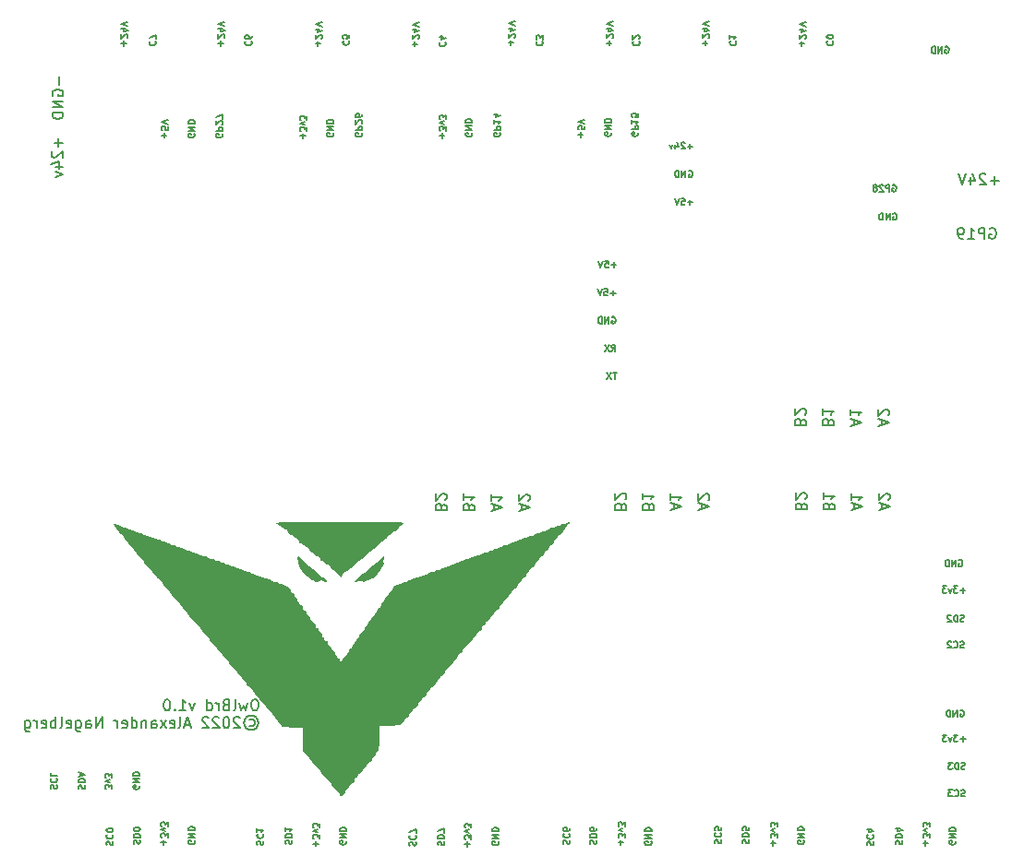
<source format=gbr>
%TF.GenerationSoftware,KiCad,Pcbnew,(6.0.4-0)*%
%TF.CreationDate,2022-08-15T16:31:54-05:00*%
%TF.ProjectId,owl-brd,6f776c2d-6272-4642-9e6b-696361645f70,v1.0*%
%TF.SameCoordinates,Original*%
%TF.FileFunction,Legend,Bot*%
%TF.FilePolarity,Positive*%
%FSLAX46Y46*%
G04 Gerber Fmt 4.6, Leading zero omitted, Abs format (unit mm)*
G04 Created by KiCad (PCBNEW (6.0.4-0)) date 2022-08-15 16:31:54*
%MOMM*%
%LPD*%
G01*
G04 APERTURE LIST*
%ADD10C,0.150000*%
G04 APERTURE END LIST*
D10*
X100787142Y-18750000D02*
X100844285Y-18721428D01*
X100930000Y-18721428D01*
X101015714Y-18750000D01*
X101072857Y-18807142D01*
X101101428Y-18864285D01*
X101130000Y-18978571D01*
X101130000Y-19064285D01*
X101101428Y-19178571D01*
X101072857Y-19235714D01*
X101015714Y-19292857D01*
X100930000Y-19321428D01*
X100872857Y-19321428D01*
X100787142Y-19292857D01*
X100758571Y-19264285D01*
X100758571Y-19064285D01*
X100872857Y-19064285D01*
X100501428Y-19321428D02*
X100501428Y-18721428D01*
X100158571Y-19321428D01*
X100158571Y-18721428D01*
X99872857Y-19321428D02*
X99872857Y-18721428D01*
X99730000Y-18721428D01*
X99644285Y-18750000D01*
X99587142Y-18807142D01*
X99558571Y-18864285D01*
X99530000Y-18978571D01*
X99530000Y-19064285D01*
X99558571Y-19178571D01*
X99587142Y-19235714D01*
X99644285Y-19292857D01*
X99730000Y-19321428D01*
X99872857Y-19321428D01*
X37573928Y-78657380D02*
X37383452Y-78657380D01*
X37288214Y-78705000D01*
X37192976Y-78800238D01*
X37145357Y-78990714D01*
X37145357Y-79324047D01*
X37192976Y-79514523D01*
X37288214Y-79609761D01*
X37383452Y-79657380D01*
X37573928Y-79657380D01*
X37669166Y-79609761D01*
X37764404Y-79514523D01*
X37812023Y-79324047D01*
X37812023Y-78990714D01*
X37764404Y-78800238D01*
X37669166Y-78705000D01*
X37573928Y-78657380D01*
X36812023Y-78990714D02*
X36621547Y-79657380D01*
X36431071Y-79181190D01*
X36240595Y-79657380D01*
X36050119Y-78990714D01*
X35526309Y-79657380D02*
X35621547Y-79609761D01*
X35669166Y-79514523D01*
X35669166Y-78657380D01*
X34812023Y-79133571D02*
X34669166Y-79181190D01*
X34621547Y-79228809D01*
X34573928Y-79324047D01*
X34573928Y-79466904D01*
X34621547Y-79562142D01*
X34669166Y-79609761D01*
X34764404Y-79657380D01*
X35145357Y-79657380D01*
X35145357Y-78657380D01*
X34812023Y-78657380D01*
X34716785Y-78705000D01*
X34669166Y-78752619D01*
X34621547Y-78847857D01*
X34621547Y-78943095D01*
X34669166Y-79038333D01*
X34716785Y-79085952D01*
X34812023Y-79133571D01*
X35145357Y-79133571D01*
X34145357Y-79657380D02*
X34145357Y-78990714D01*
X34145357Y-79181190D02*
X34097738Y-79085952D01*
X34050119Y-79038333D01*
X33954880Y-78990714D01*
X33859642Y-78990714D01*
X33097738Y-79657380D02*
X33097738Y-78657380D01*
X33097738Y-79609761D02*
X33192976Y-79657380D01*
X33383452Y-79657380D01*
X33478690Y-79609761D01*
X33526309Y-79562142D01*
X33573928Y-79466904D01*
X33573928Y-79181190D01*
X33526309Y-79085952D01*
X33478690Y-79038333D01*
X33383452Y-78990714D01*
X33192976Y-78990714D01*
X33097738Y-79038333D01*
X31954880Y-78990714D02*
X31716785Y-79657380D01*
X31478690Y-78990714D01*
X30573928Y-79657380D02*
X31145357Y-79657380D01*
X30859642Y-79657380D02*
X30859642Y-78657380D01*
X30954880Y-78800238D01*
X31050119Y-78895476D01*
X31145357Y-78943095D01*
X30145357Y-79562142D02*
X30097738Y-79609761D01*
X30145357Y-79657380D01*
X30192976Y-79609761D01*
X30145357Y-79562142D01*
X30145357Y-79657380D01*
X29478690Y-78657380D02*
X29383452Y-78657380D01*
X29288214Y-78705000D01*
X29240595Y-78752619D01*
X29192976Y-78847857D01*
X29145357Y-79038333D01*
X29145357Y-79276428D01*
X29192976Y-79466904D01*
X29240595Y-79562142D01*
X29288214Y-79609761D01*
X29383452Y-79657380D01*
X29478690Y-79657380D01*
X29573928Y-79609761D01*
X29621547Y-79562142D01*
X29669166Y-79466904D01*
X29716785Y-79276428D01*
X29716785Y-79038333D01*
X29669166Y-78847857D01*
X29621547Y-78752619D01*
X29573928Y-78705000D01*
X29478690Y-78657380D01*
X36954880Y-80505476D02*
X37050119Y-80457857D01*
X37240595Y-80457857D01*
X37335833Y-80505476D01*
X37431071Y-80600714D01*
X37478690Y-80695952D01*
X37478690Y-80886428D01*
X37431071Y-80981666D01*
X37335833Y-81076904D01*
X37240595Y-81124523D01*
X37050119Y-81124523D01*
X36954880Y-81076904D01*
X37145357Y-80124523D02*
X37383452Y-80172142D01*
X37621547Y-80315000D01*
X37764404Y-80553095D01*
X37812023Y-80791190D01*
X37764404Y-81029285D01*
X37621547Y-81267380D01*
X37383452Y-81410238D01*
X37145357Y-81457857D01*
X36907261Y-81410238D01*
X36669166Y-81267380D01*
X36526309Y-81029285D01*
X36478690Y-80791190D01*
X36526309Y-80553095D01*
X36669166Y-80315000D01*
X36907261Y-80172142D01*
X37145357Y-80124523D01*
X36097738Y-80362619D02*
X36050119Y-80315000D01*
X35954880Y-80267380D01*
X35716785Y-80267380D01*
X35621547Y-80315000D01*
X35573928Y-80362619D01*
X35526309Y-80457857D01*
X35526309Y-80553095D01*
X35573928Y-80695952D01*
X36145357Y-81267380D01*
X35526309Y-81267380D01*
X34907261Y-80267380D02*
X34812023Y-80267380D01*
X34716785Y-80315000D01*
X34669166Y-80362619D01*
X34621547Y-80457857D01*
X34573928Y-80648333D01*
X34573928Y-80886428D01*
X34621547Y-81076904D01*
X34669166Y-81172142D01*
X34716785Y-81219761D01*
X34812023Y-81267380D01*
X34907261Y-81267380D01*
X35002500Y-81219761D01*
X35050119Y-81172142D01*
X35097738Y-81076904D01*
X35145357Y-80886428D01*
X35145357Y-80648333D01*
X35097738Y-80457857D01*
X35050119Y-80362619D01*
X35002500Y-80315000D01*
X34907261Y-80267380D01*
X34192976Y-80362619D02*
X34145357Y-80315000D01*
X34050119Y-80267380D01*
X33812023Y-80267380D01*
X33716785Y-80315000D01*
X33669166Y-80362619D01*
X33621547Y-80457857D01*
X33621547Y-80553095D01*
X33669166Y-80695952D01*
X34240595Y-81267380D01*
X33621547Y-81267380D01*
X33240595Y-80362619D02*
X33192976Y-80315000D01*
X33097738Y-80267380D01*
X32859642Y-80267380D01*
X32764404Y-80315000D01*
X32716785Y-80362619D01*
X32669166Y-80457857D01*
X32669166Y-80553095D01*
X32716785Y-80695952D01*
X33288214Y-81267380D01*
X32669166Y-81267380D01*
X31526309Y-80981666D02*
X31050119Y-80981666D01*
X31621547Y-81267380D02*
X31288214Y-80267380D01*
X30954880Y-81267380D01*
X30478690Y-81267380D02*
X30573928Y-81219761D01*
X30621547Y-81124523D01*
X30621547Y-80267380D01*
X29716785Y-81219761D02*
X29812023Y-81267380D01*
X30002500Y-81267380D01*
X30097738Y-81219761D01*
X30145357Y-81124523D01*
X30145357Y-80743571D01*
X30097738Y-80648333D01*
X30002500Y-80600714D01*
X29812023Y-80600714D01*
X29716785Y-80648333D01*
X29669166Y-80743571D01*
X29669166Y-80838809D01*
X30145357Y-80934047D01*
X29335833Y-81267380D02*
X28812023Y-80600714D01*
X29335833Y-80600714D02*
X28812023Y-81267380D01*
X28002500Y-81267380D02*
X28002500Y-80743571D01*
X28050119Y-80648333D01*
X28145357Y-80600714D01*
X28335833Y-80600714D01*
X28431071Y-80648333D01*
X28002500Y-81219761D02*
X28097738Y-81267380D01*
X28335833Y-81267380D01*
X28431071Y-81219761D01*
X28478690Y-81124523D01*
X28478690Y-81029285D01*
X28431071Y-80934047D01*
X28335833Y-80886428D01*
X28097738Y-80886428D01*
X28002500Y-80838809D01*
X27526309Y-80600714D02*
X27526309Y-81267380D01*
X27526309Y-80695952D02*
X27478690Y-80648333D01*
X27383452Y-80600714D01*
X27240595Y-80600714D01*
X27145357Y-80648333D01*
X27097738Y-80743571D01*
X27097738Y-81267380D01*
X26192976Y-81267380D02*
X26192976Y-80267380D01*
X26192976Y-81219761D02*
X26288214Y-81267380D01*
X26478690Y-81267380D01*
X26573928Y-81219761D01*
X26621547Y-81172142D01*
X26669166Y-81076904D01*
X26669166Y-80791190D01*
X26621547Y-80695952D01*
X26573928Y-80648333D01*
X26478690Y-80600714D01*
X26288214Y-80600714D01*
X26192976Y-80648333D01*
X25335833Y-81219761D02*
X25431071Y-81267380D01*
X25621547Y-81267380D01*
X25716785Y-81219761D01*
X25764404Y-81124523D01*
X25764404Y-80743571D01*
X25716785Y-80648333D01*
X25621547Y-80600714D01*
X25431071Y-80600714D01*
X25335833Y-80648333D01*
X25288214Y-80743571D01*
X25288214Y-80838809D01*
X25764404Y-80934047D01*
X24859642Y-81267380D02*
X24859642Y-80600714D01*
X24859642Y-80791190D02*
X24812023Y-80695952D01*
X24764404Y-80648333D01*
X24669166Y-80600714D01*
X24573928Y-80600714D01*
X23478690Y-81267380D02*
X23478690Y-80267380D01*
X22907261Y-81267380D01*
X22907261Y-80267380D01*
X22002500Y-81267380D02*
X22002500Y-80743571D01*
X22050119Y-80648333D01*
X22145357Y-80600714D01*
X22335833Y-80600714D01*
X22431071Y-80648333D01*
X22002500Y-81219761D02*
X22097738Y-81267380D01*
X22335833Y-81267380D01*
X22431071Y-81219761D01*
X22478690Y-81124523D01*
X22478690Y-81029285D01*
X22431071Y-80934047D01*
X22335833Y-80886428D01*
X22097738Y-80886428D01*
X22002500Y-80838809D01*
X21097738Y-80600714D02*
X21097738Y-81410238D01*
X21145357Y-81505476D01*
X21192976Y-81553095D01*
X21288214Y-81600714D01*
X21431071Y-81600714D01*
X21526309Y-81553095D01*
X21097738Y-81219761D02*
X21192976Y-81267380D01*
X21383452Y-81267380D01*
X21478690Y-81219761D01*
X21526309Y-81172142D01*
X21573928Y-81076904D01*
X21573928Y-80791190D01*
X21526309Y-80695952D01*
X21478690Y-80648333D01*
X21383452Y-80600714D01*
X21192976Y-80600714D01*
X21097738Y-80648333D01*
X20240595Y-81219761D02*
X20335833Y-81267380D01*
X20526309Y-81267380D01*
X20621547Y-81219761D01*
X20669166Y-81124523D01*
X20669166Y-80743571D01*
X20621547Y-80648333D01*
X20526309Y-80600714D01*
X20335833Y-80600714D01*
X20240595Y-80648333D01*
X20192976Y-80743571D01*
X20192976Y-80838809D01*
X20669166Y-80934047D01*
X19621547Y-81267380D02*
X19716785Y-81219761D01*
X19764404Y-81124523D01*
X19764404Y-80267380D01*
X19240595Y-81267380D02*
X19240595Y-80267380D01*
X19240595Y-80648333D02*
X19145357Y-80600714D01*
X18954880Y-80600714D01*
X18859642Y-80648333D01*
X18812023Y-80695952D01*
X18764404Y-80791190D01*
X18764404Y-81076904D01*
X18812023Y-81172142D01*
X18859642Y-81219761D01*
X18954880Y-81267380D01*
X19145357Y-81267380D01*
X19240595Y-81219761D01*
X17954880Y-81219761D02*
X18050119Y-81267380D01*
X18240595Y-81267380D01*
X18335833Y-81219761D01*
X18383452Y-81124523D01*
X18383452Y-80743571D01*
X18335833Y-80648333D01*
X18240595Y-80600714D01*
X18050119Y-80600714D01*
X17954880Y-80648333D01*
X17907261Y-80743571D01*
X17907261Y-80838809D01*
X18383452Y-80934047D01*
X17478690Y-81267380D02*
X17478690Y-80600714D01*
X17478690Y-80791190D02*
X17431071Y-80695952D01*
X17383452Y-80648333D01*
X17288214Y-80600714D01*
X17192976Y-80600714D01*
X16431071Y-80600714D02*
X16431071Y-81410238D01*
X16478690Y-81505476D01*
X16526309Y-81553095D01*
X16621547Y-81600714D01*
X16764404Y-81600714D01*
X16859642Y-81553095D01*
X16431071Y-81219761D02*
X16526309Y-81267380D01*
X16716785Y-81267380D01*
X16812023Y-81219761D01*
X16859642Y-81172142D01*
X16907261Y-81076904D01*
X16907261Y-80791190D01*
X16859642Y-80695952D01*
X16812023Y-80648333D01*
X16716785Y-80600714D01*
X16526309Y-80600714D01*
X16431071Y-80648333D01*
X70149999Y-26607375D02*
X70178570Y-26664518D01*
X70178570Y-26750233D01*
X70149999Y-26835947D01*
X70092856Y-26893090D01*
X70035713Y-26921661D01*
X69921427Y-26950233D01*
X69835713Y-26950233D01*
X69721427Y-26921661D01*
X69664284Y-26893090D01*
X69607141Y-26835947D01*
X69578570Y-26750233D01*
X69578570Y-26693090D01*
X69607141Y-26607375D01*
X69635713Y-26578804D01*
X69835713Y-26578804D01*
X69835713Y-26693090D01*
X69578570Y-26321661D02*
X70178570Y-26321661D01*
X69578570Y-25978804D01*
X70178570Y-25978804D01*
X69578570Y-25693090D02*
X70178570Y-25693090D01*
X70178570Y-25550233D01*
X70149999Y-25464518D01*
X70092856Y-25407375D01*
X70035713Y-25378804D01*
X69921427Y-25350233D01*
X69835713Y-25350233D01*
X69721427Y-25378804D01*
X69664284Y-25407375D01*
X69607141Y-25464518D01*
X69578570Y-25550233D01*
X69578570Y-25693090D01*
X72624738Y-26621463D02*
X72653309Y-26678606D01*
X72653309Y-26764320D01*
X72624738Y-26850035D01*
X72567595Y-26907178D01*
X72510452Y-26935749D01*
X72396166Y-26964320D01*
X72310452Y-26964320D01*
X72196166Y-26935749D01*
X72139023Y-26907178D01*
X72081880Y-26850035D01*
X72053309Y-26764320D01*
X72053309Y-26707178D01*
X72081880Y-26621463D01*
X72110452Y-26592892D01*
X72310452Y-26592892D01*
X72310452Y-26707178D01*
X72053309Y-26335749D02*
X72653309Y-26335749D01*
X72653309Y-26107178D01*
X72624738Y-26050035D01*
X72596166Y-26021463D01*
X72539023Y-25992892D01*
X72453309Y-25992892D01*
X72396166Y-26021463D01*
X72367595Y-26050035D01*
X72339023Y-26107178D01*
X72339023Y-26335749D01*
X72053309Y-25421463D02*
X72053309Y-25764320D01*
X72053309Y-25592892D02*
X72653309Y-25592892D01*
X72567595Y-25650035D01*
X72510452Y-25707178D01*
X72481880Y-25764320D01*
X72653309Y-24878606D02*
X72653309Y-25164320D01*
X72367595Y-25192892D01*
X72396166Y-25164320D01*
X72424738Y-25107178D01*
X72424738Y-24964320D01*
X72396166Y-24907178D01*
X72367595Y-24878606D01*
X72310452Y-24850035D01*
X72167595Y-24850035D01*
X72110452Y-24878606D01*
X72081880Y-24907178D01*
X72053309Y-24964320D01*
X72053309Y-25107178D01*
X72081880Y-25164320D01*
X72110452Y-25192892D01*
X95992007Y-34064648D02*
X96049150Y-34036076D01*
X96134865Y-34036076D01*
X96220579Y-34064648D01*
X96277722Y-34121790D01*
X96306293Y-34178933D01*
X96334865Y-34293219D01*
X96334865Y-34378933D01*
X96306293Y-34493219D01*
X96277722Y-34550362D01*
X96220579Y-34607505D01*
X96134865Y-34636076D01*
X96077722Y-34636076D01*
X95992007Y-34607505D01*
X95963436Y-34578933D01*
X95963436Y-34378933D01*
X96077722Y-34378933D01*
X95706293Y-34636076D02*
X95706293Y-34036076D01*
X95363436Y-34636076D01*
X95363436Y-34036076D01*
X95077722Y-34636076D02*
X95077722Y-34036076D01*
X94934865Y-34036076D01*
X94849150Y-34064648D01*
X94792007Y-34121790D01*
X94763436Y-34178933D01*
X94734865Y-34293219D01*
X94734865Y-34378933D01*
X94763436Y-34493219D01*
X94792007Y-34550362D01*
X94849150Y-34607505D01*
X94934865Y-34636076D01*
X95077722Y-34636076D01*
X95964285Y-31450000D02*
X96021428Y-31421428D01*
X96107142Y-31421428D01*
X96192857Y-31450000D01*
X96250000Y-31507142D01*
X96278571Y-31564285D01*
X96307142Y-31678571D01*
X96307142Y-31764285D01*
X96278571Y-31878571D01*
X96250000Y-31935714D01*
X96192857Y-31992857D01*
X96107142Y-32021428D01*
X96050000Y-32021428D01*
X95964285Y-31992857D01*
X95935714Y-31964285D01*
X95935714Y-31764285D01*
X96050000Y-31764285D01*
X95678571Y-32021428D02*
X95678571Y-31421428D01*
X95450000Y-31421428D01*
X95392857Y-31450000D01*
X95364285Y-31478571D01*
X95335714Y-31535714D01*
X95335714Y-31621428D01*
X95364285Y-31678571D01*
X95392857Y-31707142D01*
X95450000Y-31735714D01*
X95678571Y-31735714D01*
X95107142Y-31478571D02*
X95078571Y-31450000D01*
X95021428Y-31421428D01*
X94878571Y-31421428D01*
X94821428Y-31450000D01*
X94792857Y-31478571D01*
X94764285Y-31535714D01*
X94764285Y-31592857D01*
X94792857Y-31678571D01*
X95135714Y-32021428D01*
X94764285Y-32021428D01*
X94421428Y-31678571D02*
X94478571Y-31650000D01*
X94507142Y-31621428D01*
X94535714Y-31564285D01*
X94535714Y-31535714D01*
X94507142Y-31478571D01*
X94478571Y-31450000D01*
X94421428Y-31421428D01*
X94307142Y-31421428D01*
X94250000Y-31450000D01*
X94221428Y-31478571D01*
X94192857Y-31535714D01*
X94192857Y-31564285D01*
X94221428Y-31621428D01*
X94250000Y-31650000D01*
X94307142Y-31678571D01*
X94421428Y-31678571D01*
X94478571Y-31707142D01*
X94507142Y-31735714D01*
X94535714Y-31792857D01*
X94535714Y-31907142D01*
X94507142Y-31964285D01*
X94478571Y-31992857D01*
X94421428Y-32021428D01*
X94307142Y-32021428D01*
X94250000Y-31992857D01*
X94221428Y-31964285D01*
X94192857Y-31907142D01*
X94192857Y-31792857D01*
X94221428Y-31735714D01*
X94250000Y-31707142D01*
X94307142Y-31678571D01*
X102512399Y-71460616D02*
X102426685Y-71489187D01*
X102283828Y-71489187D01*
X102226685Y-71460616D01*
X102198114Y-71432044D01*
X102169542Y-71374901D01*
X102169542Y-71317759D01*
X102198114Y-71260616D01*
X102226685Y-71232044D01*
X102283828Y-71203473D01*
X102398114Y-71174901D01*
X102455257Y-71146330D01*
X102483828Y-71117759D01*
X102512399Y-71060616D01*
X102512399Y-71003473D01*
X102483828Y-70946330D01*
X102455257Y-70917759D01*
X102398114Y-70889187D01*
X102255257Y-70889187D01*
X102169542Y-70917759D01*
X101912399Y-71489187D02*
X101912399Y-70889187D01*
X101769542Y-70889187D01*
X101683828Y-70917759D01*
X101626685Y-70974901D01*
X101598114Y-71032044D01*
X101569542Y-71146330D01*
X101569542Y-71232044D01*
X101598114Y-71346330D01*
X101626685Y-71403473D01*
X101683828Y-71460616D01*
X101769542Y-71489187D01*
X101912399Y-71489187D01*
X101340971Y-70946330D02*
X101312399Y-70917759D01*
X101255257Y-70889187D01*
X101112399Y-70889187D01*
X101055257Y-70917759D01*
X101026685Y-70946330D01*
X100998114Y-71003473D01*
X100998114Y-71060616D01*
X101026685Y-71146330D01*
X101369542Y-71489187D01*
X100998114Y-71489187D01*
X102597366Y-85012916D02*
X102511652Y-85041487D01*
X102368795Y-85041487D01*
X102311652Y-85012916D01*
X102283081Y-84984344D01*
X102254509Y-84927201D01*
X102254509Y-84870059D01*
X102283081Y-84812916D01*
X102311652Y-84784344D01*
X102368795Y-84755773D01*
X102483081Y-84727201D01*
X102540224Y-84698630D01*
X102568795Y-84670059D01*
X102597366Y-84612916D01*
X102597366Y-84555773D01*
X102568795Y-84498630D01*
X102540224Y-84470059D01*
X102483081Y-84441487D01*
X102340224Y-84441487D01*
X102254509Y-84470059D01*
X101997366Y-85041487D02*
X101997366Y-84441487D01*
X101854509Y-84441487D01*
X101768795Y-84470059D01*
X101711652Y-84527201D01*
X101683081Y-84584344D01*
X101654509Y-84698630D01*
X101654509Y-84784344D01*
X101683081Y-84898630D01*
X101711652Y-84955773D01*
X101768795Y-85012916D01*
X101854509Y-85041487D01*
X101997366Y-85041487D01*
X101454509Y-84441487D02*
X101083081Y-84441487D01*
X101283081Y-84670059D01*
X101197366Y-84670059D01*
X101140224Y-84698630D01*
X101111652Y-84727201D01*
X101083081Y-84784344D01*
X101083081Y-84927201D01*
X101111652Y-84984344D01*
X101140224Y-85012916D01*
X101197366Y-85041487D01*
X101368795Y-85041487D01*
X101425938Y-85012916D01*
X101454509Y-84984344D01*
X96286904Y-91942239D02*
X96258333Y-91856525D01*
X96258333Y-91713668D01*
X96286904Y-91656525D01*
X96315476Y-91627954D01*
X96372619Y-91599382D01*
X96429762Y-91599382D01*
X96486904Y-91627954D01*
X96515476Y-91656525D01*
X96544047Y-91713668D01*
X96572619Y-91827954D01*
X96601190Y-91885097D01*
X96629762Y-91913668D01*
X96686904Y-91942239D01*
X96744047Y-91942239D01*
X96801190Y-91913668D01*
X96829762Y-91885097D01*
X96858333Y-91827954D01*
X96858333Y-91685097D01*
X96829762Y-91599382D01*
X96258333Y-91342239D02*
X96858333Y-91342239D01*
X96858333Y-91199382D01*
X96829762Y-91113668D01*
X96772619Y-91056525D01*
X96715476Y-91027954D01*
X96601190Y-90999382D01*
X96515476Y-90999382D01*
X96401190Y-91027954D01*
X96344047Y-91056525D01*
X96286904Y-91113668D01*
X96258333Y-91199382D01*
X96258333Y-91342239D01*
X96658333Y-90485097D02*
X96258333Y-90485097D01*
X96886904Y-90627954D02*
X96458333Y-90770811D01*
X96458333Y-90399382D01*
X82224800Y-91857272D02*
X82196229Y-91771558D01*
X82196229Y-91628701D01*
X82224800Y-91571558D01*
X82253372Y-91542987D01*
X82310515Y-91514415D01*
X82367658Y-91514415D01*
X82424800Y-91542987D01*
X82453372Y-91571558D01*
X82481943Y-91628701D01*
X82510515Y-91742987D01*
X82539086Y-91800130D01*
X82567658Y-91828701D01*
X82624800Y-91857272D01*
X82681943Y-91857272D01*
X82739086Y-91828701D01*
X82767658Y-91800130D01*
X82796229Y-91742987D01*
X82796229Y-91600130D01*
X82767658Y-91514415D01*
X82196229Y-91257272D02*
X82796229Y-91257272D01*
X82796229Y-91114415D01*
X82767658Y-91028701D01*
X82710515Y-90971558D01*
X82653372Y-90942987D01*
X82539086Y-90914415D01*
X82453372Y-90914415D01*
X82339086Y-90942987D01*
X82281943Y-90971558D01*
X82224800Y-91028701D01*
X82196229Y-91114415D01*
X82196229Y-91257272D01*
X82796229Y-90371558D02*
X82796229Y-90657272D01*
X82510515Y-90685844D01*
X82539086Y-90657272D01*
X82567658Y-90600130D01*
X82567658Y-90457272D01*
X82539086Y-90400130D01*
X82510515Y-90371558D01*
X82453372Y-90342987D01*
X82310515Y-90342987D01*
X82253372Y-90371558D01*
X82224800Y-90400130D01*
X82196229Y-90457272D01*
X82196229Y-90600130D01*
X82224800Y-90657272D01*
X82253372Y-90685844D01*
X68247663Y-91899756D02*
X68219092Y-91814042D01*
X68219092Y-91671185D01*
X68247663Y-91614042D01*
X68276235Y-91585471D01*
X68333378Y-91556899D01*
X68390521Y-91556899D01*
X68447663Y-91585471D01*
X68476235Y-91614042D01*
X68504806Y-91671185D01*
X68533378Y-91785471D01*
X68561949Y-91842614D01*
X68590521Y-91871185D01*
X68647663Y-91899756D01*
X68704806Y-91899756D01*
X68761949Y-91871185D01*
X68790521Y-91842614D01*
X68819092Y-91785471D01*
X68819092Y-91642614D01*
X68790521Y-91556899D01*
X68219092Y-91299756D02*
X68819092Y-91299756D01*
X68819092Y-91156899D01*
X68790521Y-91071185D01*
X68733378Y-91014042D01*
X68676235Y-90985471D01*
X68561949Y-90956899D01*
X68476235Y-90956899D01*
X68361949Y-90985471D01*
X68304806Y-91014042D01*
X68247663Y-91071185D01*
X68219092Y-91156899D01*
X68219092Y-91299756D01*
X68819092Y-90442614D02*
X68819092Y-90556899D01*
X68790521Y-90614042D01*
X68761949Y-90642614D01*
X68676235Y-90699756D01*
X68561949Y-90728328D01*
X68333378Y-90728328D01*
X68276235Y-90699756D01*
X68247663Y-90671185D01*
X68219092Y-90614042D01*
X68219092Y-90499756D01*
X68247663Y-90442614D01*
X68276235Y-90414042D01*
X68333378Y-90385471D01*
X68476235Y-90385471D01*
X68533378Y-90414042D01*
X68561949Y-90442614D01*
X68590521Y-90499756D01*
X68590521Y-90614042D01*
X68561949Y-90671185D01*
X68533378Y-90699756D01*
X68476235Y-90728328D01*
X54313010Y-92027207D02*
X54284439Y-91941493D01*
X54284439Y-91798636D01*
X54313010Y-91741493D01*
X54341582Y-91712922D01*
X54398725Y-91684350D01*
X54455868Y-91684350D01*
X54513010Y-91712922D01*
X54541582Y-91741493D01*
X54570153Y-91798636D01*
X54598725Y-91912922D01*
X54627296Y-91970065D01*
X54655868Y-91998636D01*
X54713010Y-92027207D01*
X54770153Y-92027207D01*
X54827296Y-91998636D01*
X54855868Y-91970065D01*
X54884439Y-91912922D01*
X54884439Y-91770065D01*
X54855868Y-91684350D01*
X54284439Y-91427207D02*
X54884439Y-91427207D01*
X54884439Y-91284350D01*
X54855868Y-91198636D01*
X54798725Y-91141493D01*
X54741582Y-91112922D01*
X54627296Y-91084350D01*
X54541582Y-91084350D01*
X54427296Y-91112922D01*
X54370153Y-91141493D01*
X54313010Y-91198636D01*
X54284439Y-91284350D01*
X54284439Y-91427207D01*
X54884439Y-90884350D02*
X54884439Y-90484350D01*
X54284439Y-90741493D01*
X40335873Y-91899756D02*
X40307302Y-91814042D01*
X40307302Y-91671185D01*
X40335873Y-91614042D01*
X40364445Y-91585471D01*
X40421588Y-91556899D01*
X40478731Y-91556899D01*
X40535873Y-91585471D01*
X40564445Y-91614042D01*
X40593016Y-91671185D01*
X40621588Y-91785471D01*
X40650159Y-91842614D01*
X40678731Y-91871185D01*
X40735873Y-91899756D01*
X40793016Y-91899756D01*
X40850159Y-91871185D01*
X40878731Y-91842614D01*
X40907302Y-91785471D01*
X40907302Y-91642614D01*
X40878731Y-91556899D01*
X40307302Y-91299756D02*
X40907302Y-91299756D01*
X40907302Y-91156899D01*
X40878731Y-91071185D01*
X40821588Y-91014042D01*
X40764445Y-90985471D01*
X40650159Y-90956899D01*
X40564445Y-90956899D01*
X40450159Y-90985471D01*
X40393016Y-91014042D01*
X40335873Y-91071185D01*
X40307302Y-91156899D01*
X40307302Y-91299756D01*
X40307302Y-90385471D02*
X40307302Y-90728328D01*
X40307302Y-90556899D02*
X40907302Y-90556899D01*
X40821588Y-90614042D01*
X40764445Y-90671185D01*
X40735873Y-90728328D01*
X26401220Y-91899756D02*
X26372649Y-91814042D01*
X26372649Y-91671185D01*
X26401220Y-91614042D01*
X26429792Y-91585471D01*
X26486935Y-91556899D01*
X26544078Y-91556899D01*
X26601220Y-91585471D01*
X26629792Y-91614042D01*
X26658363Y-91671185D01*
X26686935Y-91785471D01*
X26715506Y-91842614D01*
X26744078Y-91871185D01*
X26801220Y-91899756D01*
X26858363Y-91899756D01*
X26915506Y-91871185D01*
X26944078Y-91842614D01*
X26972649Y-91785471D01*
X26972649Y-91642614D01*
X26944078Y-91556899D01*
X26372649Y-91299756D02*
X26972649Y-91299756D01*
X26972649Y-91156899D01*
X26944078Y-91071185D01*
X26886935Y-91014042D01*
X26829792Y-90985471D01*
X26715506Y-90956899D01*
X26629792Y-90956899D01*
X26515506Y-90985471D01*
X26458363Y-91014042D01*
X26401220Y-91071185D01*
X26372649Y-91156899D01*
X26372649Y-91299756D01*
X26972649Y-90585471D02*
X26972649Y-90528328D01*
X26944078Y-90471185D01*
X26915506Y-90442614D01*
X26858363Y-90414042D01*
X26744078Y-90385471D01*
X26601220Y-90385471D01*
X26486935Y-90414042D01*
X26429792Y-90442614D01*
X26401220Y-90471185D01*
X26372649Y-90528328D01*
X26372649Y-90585471D01*
X26401220Y-90642614D01*
X26429792Y-90671185D01*
X26486935Y-90699756D01*
X26601220Y-90728328D01*
X26744078Y-90728328D01*
X26858363Y-90699756D01*
X26915506Y-90671185D01*
X26944078Y-90642614D01*
X26972649Y-90585471D01*
X102512399Y-73882187D02*
X102426685Y-73910758D01*
X102283828Y-73910758D01*
X102226685Y-73882187D01*
X102198114Y-73853615D01*
X102169542Y-73796472D01*
X102169542Y-73739330D01*
X102198114Y-73682187D01*
X102226685Y-73653615D01*
X102283828Y-73625044D01*
X102398114Y-73596472D01*
X102455257Y-73567901D01*
X102483828Y-73539330D01*
X102512399Y-73482187D01*
X102512399Y-73425044D01*
X102483828Y-73367901D01*
X102455257Y-73339330D01*
X102398114Y-73310758D01*
X102255257Y-73310758D01*
X102169542Y-73339330D01*
X101569542Y-73853615D02*
X101598114Y-73882187D01*
X101683828Y-73910758D01*
X101740971Y-73910758D01*
X101826685Y-73882187D01*
X101883828Y-73825044D01*
X101912399Y-73767901D01*
X101940971Y-73653615D01*
X101940971Y-73567901D01*
X101912399Y-73453615D01*
X101883828Y-73396472D01*
X101826685Y-73339330D01*
X101740971Y-73310758D01*
X101683828Y-73310758D01*
X101598114Y-73339330D01*
X101569542Y-73367901D01*
X101340971Y-73367901D02*
X101312399Y-73339330D01*
X101255257Y-73310758D01*
X101112399Y-73310758D01*
X101055257Y-73339330D01*
X101026685Y-73367901D01*
X100998114Y-73425044D01*
X100998114Y-73482187D01*
X101026685Y-73567901D01*
X101369542Y-73910758D01*
X100998114Y-73910758D01*
X102597366Y-87519454D02*
X102511652Y-87548025D01*
X102368795Y-87548025D01*
X102311652Y-87519454D01*
X102283081Y-87490882D01*
X102254509Y-87433739D01*
X102254509Y-87376597D01*
X102283081Y-87319454D01*
X102311652Y-87290882D01*
X102368795Y-87262311D01*
X102483081Y-87233739D01*
X102540224Y-87205168D01*
X102568795Y-87176597D01*
X102597366Y-87119454D01*
X102597366Y-87062311D01*
X102568795Y-87005168D01*
X102540224Y-86976597D01*
X102483081Y-86948025D01*
X102340224Y-86948025D01*
X102254509Y-86976597D01*
X101654509Y-87490882D02*
X101683081Y-87519454D01*
X101768795Y-87548025D01*
X101825938Y-87548025D01*
X101911652Y-87519454D01*
X101968795Y-87462311D01*
X101997366Y-87405168D01*
X102025938Y-87290882D01*
X102025938Y-87205168D01*
X101997366Y-87090882D01*
X101968795Y-87033739D01*
X101911652Y-86976597D01*
X101825938Y-86948025D01*
X101768795Y-86948025D01*
X101683081Y-86976597D01*
X101654509Y-87005168D01*
X101454509Y-86948025D02*
X101083081Y-86948025D01*
X101283081Y-87176597D01*
X101197366Y-87176597D01*
X101140224Y-87205168D01*
X101111652Y-87233739D01*
X101083081Y-87290882D01*
X101083081Y-87433739D01*
X101111652Y-87490882D01*
X101140224Y-87519454D01*
X101197366Y-87548025D01*
X101368795Y-87548025D01*
X101425938Y-87519454D01*
X101454509Y-87490882D01*
X93652915Y-92027207D02*
X93624344Y-91941493D01*
X93624344Y-91798636D01*
X93652915Y-91741493D01*
X93681487Y-91712922D01*
X93738630Y-91684350D01*
X93795773Y-91684350D01*
X93852915Y-91712922D01*
X93881487Y-91741493D01*
X93910058Y-91798636D01*
X93938630Y-91912922D01*
X93967201Y-91970065D01*
X93995773Y-91998636D01*
X94052915Y-92027207D01*
X94110058Y-92027207D01*
X94167201Y-91998636D01*
X94195773Y-91970065D01*
X94224344Y-91912922D01*
X94224344Y-91770065D01*
X94195773Y-91684350D01*
X93681487Y-91084350D02*
X93652915Y-91112922D01*
X93624344Y-91198636D01*
X93624344Y-91255779D01*
X93652915Y-91341493D01*
X93710058Y-91398636D01*
X93767201Y-91427207D01*
X93881487Y-91455779D01*
X93967201Y-91455779D01*
X94081487Y-91427207D01*
X94138630Y-91398636D01*
X94195773Y-91341493D01*
X94224344Y-91255779D01*
X94224344Y-91198636D01*
X94195773Y-91112922D01*
X94167201Y-91084350D01*
X94024344Y-90570065D02*
X93624344Y-90570065D01*
X94252915Y-90712922D02*
X93824344Y-90855779D01*
X93824344Y-90484350D01*
X79675778Y-91857272D02*
X79647207Y-91771558D01*
X79647207Y-91628701D01*
X79675778Y-91571558D01*
X79704350Y-91542987D01*
X79761493Y-91514415D01*
X79818636Y-91514415D01*
X79875778Y-91542987D01*
X79904350Y-91571558D01*
X79932921Y-91628701D01*
X79961493Y-91742987D01*
X79990064Y-91800130D01*
X80018636Y-91828701D01*
X80075778Y-91857272D01*
X80132921Y-91857272D01*
X80190064Y-91828701D01*
X80218636Y-91800130D01*
X80247207Y-91742987D01*
X80247207Y-91600130D01*
X80218636Y-91514415D01*
X79704350Y-90914415D02*
X79675778Y-90942987D01*
X79647207Y-91028701D01*
X79647207Y-91085844D01*
X79675778Y-91171558D01*
X79732921Y-91228701D01*
X79790064Y-91257272D01*
X79904350Y-91285844D01*
X79990064Y-91285844D01*
X80104350Y-91257272D01*
X80161493Y-91228701D01*
X80218636Y-91171558D01*
X80247207Y-91085844D01*
X80247207Y-91028701D01*
X80218636Y-90942987D01*
X80190064Y-90914415D01*
X80247207Y-90371558D02*
X80247207Y-90657272D01*
X79961493Y-90685844D01*
X79990064Y-90657272D01*
X80018636Y-90600130D01*
X80018636Y-90457272D01*
X79990064Y-90400130D01*
X79961493Y-90371558D01*
X79904350Y-90342987D01*
X79761493Y-90342987D01*
X79704350Y-90371558D01*
X79675778Y-90400130D01*
X79647207Y-90457272D01*
X79647207Y-90600130D01*
X79675778Y-90657272D01*
X79704350Y-90685844D01*
X65783609Y-91899756D02*
X65755038Y-91814042D01*
X65755038Y-91671185D01*
X65783609Y-91614042D01*
X65812181Y-91585471D01*
X65869324Y-91556899D01*
X65926467Y-91556899D01*
X65983609Y-91585471D01*
X66012181Y-91614042D01*
X66040752Y-91671185D01*
X66069324Y-91785471D01*
X66097895Y-91842614D01*
X66126467Y-91871185D01*
X66183609Y-91899756D01*
X66240752Y-91899756D01*
X66297895Y-91871185D01*
X66326467Y-91842614D01*
X66355038Y-91785471D01*
X66355038Y-91642614D01*
X66326467Y-91556899D01*
X65812181Y-90956899D02*
X65783609Y-90985471D01*
X65755038Y-91071185D01*
X65755038Y-91128328D01*
X65783609Y-91214042D01*
X65840752Y-91271185D01*
X65897895Y-91299756D01*
X66012181Y-91328328D01*
X66097895Y-91328328D01*
X66212181Y-91299756D01*
X66269324Y-91271185D01*
X66326467Y-91214042D01*
X66355038Y-91128328D01*
X66355038Y-91071185D01*
X66326467Y-90985471D01*
X66297895Y-90956899D01*
X66355038Y-90442614D02*
X66355038Y-90556899D01*
X66326467Y-90614042D01*
X66297895Y-90642614D01*
X66212181Y-90699756D01*
X66097895Y-90728328D01*
X65869324Y-90728328D01*
X65812181Y-90699756D01*
X65783609Y-90671185D01*
X65755038Y-90614042D01*
X65755038Y-90499756D01*
X65783609Y-90442614D01*
X65812181Y-90414042D01*
X65869324Y-90385471D01*
X66012181Y-90385471D01*
X66069324Y-90414042D01*
X66097895Y-90442614D01*
X66126467Y-90499756D01*
X66126467Y-90614042D01*
X66097895Y-90671185D01*
X66069324Y-90699756D01*
X66012181Y-90728328D01*
X51695949Y-92068126D02*
X51667378Y-91982412D01*
X51667378Y-91839555D01*
X51695949Y-91782412D01*
X51724521Y-91753841D01*
X51781664Y-91725269D01*
X51838807Y-91725269D01*
X51895949Y-91753841D01*
X51924521Y-91782412D01*
X51953092Y-91839555D01*
X51981664Y-91953841D01*
X52010235Y-92010984D01*
X52038807Y-92039555D01*
X52095949Y-92068126D01*
X52153092Y-92068126D01*
X52210235Y-92039555D01*
X52238807Y-92010984D01*
X52267378Y-91953841D01*
X52267378Y-91810984D01*
X52238807Y-91725269D01*
X51724521Y-91125269D02*
X51695949Y-91153841D01*
X51667378Y-91239555D01*
X51667378Y-91296698D01*
X51695949Y-91382412D01*
X51753092Y-91439555D01*
X51810235Y-91468126D01*
X51924521Y-91496698D01*
X52010235Y-91496698D01*
X52124521Y-91468126D01*
X52181664Y-91439555D01*
X52238807Y-91382412D01*
X52267378Y-91296698D01*
X52267378Y-91239555D01*
X52238807Y-91153841D01*
X52210235Y-91125269D01*
X52267378Y-90925269D02*
X52267378Y-90525269D01*
X51667378Y-90782412D01*
X37710738Y-91970327D02*
X37682167Y-91884613D01*
X37682167Y-91741756D01*
X37710738Y-91684613D01*
X37739310Y-91656042D01*
X37796453Y-91627470D01*
X37853596Y-91627470D01*
X37910738Y-91656042D01*
X37939310Y-91684613D01*
X37967881Y-91741756D01*
X37996453Y-91856042D01*
X38025024Y-91913185D01*
X38053596Y-91941756D01*
X38110738Y-91970327D01*
X38167881Y-91970327D01*
X38225024Y-91941756D01*
X38253596Y-91913185D01*
X38282167Y-91856042D01*
X38282167Y-91713185D01*
X38253596Y-91627470D01*
X37739310Y-91027470D02*
X37710738Y-91056042D01*
X37682167Y-91141756D01*
X37682167Y-91198899D01*
X37710738Y-91284613D01*
X37767881Y-91341756D01*
X37825024Y-91370327D01*
X37939310Y-91398899D01*
X38025024Y-91398899D01*
X38139310Y-91370327D01*
X38196453Y-91341756D01*
X38253596Y-91284613D01*
X38282167Y-91198899D01*
X38282167Y-91141756D01*
X38253596Y-91056042D01*
X38225024Y-91027470D01*
X37682167Y-90456042D02*
X37682167Y-90798899D01*
X37682167Y-90627470D02*
X38282167Y-90627470D01*
X38196453Y-90684613D01*
X38139310Y-90741756D01*
X38110738Y-90798899D01*
X23919741Y-92001544D02*
X23891170Y-91915830D01*
X23891170Y-91772973D01*
X23919741Y-91715830D01*
X23948313Y-91687259D01*
X24005456Y-91658687D01*
X24062599Y-91658687D01*
X24119741Y-91687259D01*
X24148313Y-91715830D01*
X24176884Y-91772973D01*
X24205456Y-91887259D01*
X24234027Y-91944402D01*
X24262599Y-91972973D01*
X24319741Y-92001544D01*
X24376884Y-92001544D01*
X24434027Y-91972973D01*
X24462599Y-91944402D01*
X24491170Y-91887259D01*
X24491170Y-91744402D01*
X24462599Y-91658687D01*
X23948313Y-91058687D02*
X23919741Y-91087259D01*
X23891170Y-91172973D01*
X23891170Y-91230116D01*
X23919741Y-91315830D01*
X23976884Y-91372973D01*
X24034027Y-91401544D01*
X24148313Y-91430116D01*
X24234027Y-91430116D01*
X24348313Y-91401544D01*
X24405456Y-91372973D01*
X24462599Y-91315830D01*
X24491170Y-91230116D01*
X24491170Y-91172973D01*
X24462599Y-91087259D01*
X24434027Y-91058687D01*
X24491170Y-90687259D02*
X24491170Y-90630116D01*
X24462599Y-90572973D01*
X24434027Y-90544402D01*
X24376884Y-90515830D01*
X24262599Y-90487259D01*
X24119741Y-90487259D01*
X24005456Y-90515830D01*
X23948313Y-90544402D01*
X23919741Y-90572973D01*
X23891170Y-90630116D01*
X23891170Y-90687259D01*
X23919741Y-90744402D01*
X23948313Y-90772973D01*
X24005456Y-90801544D01*
X24119741Y-90830116D01*
X24262599Y-90830116D01*
X24376884Y-90801544D01*
X24434027Y-90772973D01*
X24462599Y-90744402D01*
X24491170Y-90687259D01*
X31946632Y-91601134D02*
X31975203Y-91658277D01*
X31975203Y-91743992D01*
X31946632Y-91829706D01*
X31889489Y-91886849D01*
X31832346Y-91915420D01*
X31718060Y-91943992D01*
X31632346Y-91943992D01*
X31518060Y-91915420D01*
X31460917Y-91886849D01*
X31403774Y-91829706D01*
X31375203Y-91743992D01*
X31375203Y-91686849D01*
X31403774Y-91601134D01*
X31432346Y-91572563D01*
X31632346Y-91572563D01*
X31632346Y-91686849D01*
X31375203Y-91315420D02*
X31975203Y-91315420D01*
X31375203Y-90972563D01*
X31975203Y-90972563D01*
X31375203Y-90686849D02*
X31975203Y-90686849D01*
X31975203Y-90543992D01*
X31946632Y-90458277D01*
X31889489Y-90401134D01*
X31832346Y-90372563D01*
X31718060Y-90343992D01*
X31632346Y-90343992D01*
X31518060Y-90372563D01*
X31460917Y-90401134D01*
X31403774Y-90458277D01*
X31375203Y-90543992D01*
X31375203Y-90686849D01*
X45855246Y-91640094D02*
X45883817Y-91697237D01*
X45883817Y-91782952D01*
X45855246Y-91868666D01*
X45798103Y-91925809D01*
X45740960Y-91954380D01*
X45626674Y-91982952D01*
X45540960Y-91982952D01*
X45426674Y-91954380D01*
X45369531Y-91925809D01*
X45312388Y-91868666D01*
X45283817Y-91782952D01*
X45283817Y-91725809D01*
X45312388Y-91640094D01*
X45340960Y-91611523D01*
X45540960Y-91611523D01*
X45540960Y-91725809D01*
X45283817Y-91354380D02*
X45883817Y-91354380D01*
X45283817Y-91011523D01*
X45883817Y-91011523D01*
X45283817Y-90725809D02*
X45883817Y-90725809D01*
X45883817Y-90582952D01*
X45855246Y-90497237D01*
X45798103Y-90440094D01*
X45740960Y-90411523D01*
X45626674Y-90382952D01*
X45540960Y-90382952D01*
X45426674Y-90411523D01*
X45369531Y-90440094D01*
X45312388Y-90497237D01*
X45283817Y-90582952D01*
X45283817Y-90725809D01*
X59802820Y-91679054D02*
X59831391Y-91736197D01*
X59831391Y-91821912D01*
X59802820Y-91907626D01*
X59745677Y-91964769D01*
X59688534Y-91993340D01*
X59574248Y-92021912D01*
X59488534Y-92021912D01*
X59374248Y-91993340D01*
X59317105Y-91964769D01*
X59259962Y-91907626D01*
X59231391Y-91821912D01*
X59231391Y-91764769D01*
X59259962Y-91679054D01*
X59288534Y-91650483D01*
X59488534Y-91650483D01*
X59488534Y-91764769D01*
X59231391Y-91393340D02*
X59831391Y-91393340D01*
X59231391Y-91050483D01*
X59831391Y-91050483D01*
X59231391Y-90764769D02*
X59831391Y-90764769D01*
X59831391Y-90621912D01*
X59802820Y-90536197D01*
X59745677Y-90479054D01*
X59688534Y-90450483D01*
X59574248Y-90421912D01*
X59488534Y-90421912D01*
X59374248Y-90450483D01*
X59317105Y-90479054D01*
X59259962Y-90536197D01*
X59231391Y-90621912D01*
X59231391Y-90764769D01*
X73828230Y-91681242D02*
X73856801Y-91738385D01*
X73856801Y-91824100D01*
X73828230Y-91909814D01*
X73771087Y-91966957D01*
X73713944Y-91995528D01*
X73599658Y-92024100D01*
X73513944Y-92024100D01*
X73399658Y-91995528D01*
X73342515Y-91966957D01*
X73285372Y-91909814D01*
X73256801Y-91824100D01*
X73256801Y-91766957D01*
X73285372Y-91681242D01*
X73313944Y-91652671D01*
X73513944Y-91652671D01*
X73513944Y-91766957D01*
X73256801Y-91395528D02*
X73856801Y-91395528D01*
X73256801Y-91052671D01*
X73856801Y-91052671D01*
X73256801Y-90766957D02*
X73856801Y-90766957D01*
X73856801Y-90624100D01*
X73828230Y-90538385D01*
X73771087Y-90481242D01*
X73713944Y-90452671D01*
X73599658Y-90424100D01*
X73513944Y-90424100D01*
X73399658Y-90452671D01*
X73342515Y-90481242D01*
X73285372Y-90538385D01*
X73256801Y-90624100D01*
X73256801Y-90766957D01*
X87814335Y-91598238D02*
X87842906Y-91655381D01*
X87842906Y-91741096D01*
X87814335Y-91826810D01*
X87757192Y-91883953D01*
X87700049Y-91912524D01*
X87585763Y-91941096D01*
X87500049Y-91941096D01*
X87385763Y-91912524D01*
X87328620Y-91883953D01*
X87271477Y-91826810D01*
X87242906Y-91741096D01*
X87242906Y-91683953D01*
X87271477Y-91598238D01*
X87300049Y-91569667D01*
X87500049Y-91569667D01*
X87500049Y-91683953D01*
X87242906Y-91312524D02*
X87842906Y-91312524D01*
X87242906Y-90969667D01*
X87842906Y-90969667D01*
X87242906Y-90683953D02*
X87842906Y-90683953D01*
X87842906Y-90541096D01*
X87814335Y-90455381D01*
X87757192Y-90398238D01*
X87700049Y-90369667D01*
X87585763Y-90341096D01*
X87500049Y-90341096D01*
X87385763Y-90369667D01*
X87328620Y-90398238D01*
X87271477Y-90455381D01*
X87242906Y-90541096D01*
X87242906Y-90683953D01*
X101717437Y-91639740D02*
X101746008Y-91696883D01*
X101746008Y-91782598D01*
X101717437Y-91868312D01*
X101660294Y-91925455D01*
X101603151Y-91954026D01*
X101488865Y-91982598D01*
X101403151Y-91982598D01*
X101288865Y-91954026D01*
X101231722Y-91925455D01*
X101174579Y-91868312D01*
X101146008Y-91782598D01*
X101146008Y-91725455D01*
X101174579Y-91639740D01*
X101203151Y-91611169D01*
X101403151Y-91611169D01*
X101403151Y-91725455D01*
X101146008Y-91354026D02*
X101746008Y-91354026D01*
X101146008Y-91011169D01*
X101746008Y-91011169D01*
X101146008Y-90725455D02*
X101746008Y-90725455D01*
X101746008Y-90582598D01*
X101717437Y-90496883D01*
X101660294Y-90439740D01*
X101603151Y-90411169D01*
X101488865Y-90382598D01*
X101403151Y-90382598D01*
X101288865Y-90411169D01*
X101231722Y-90439740D01*
X101174579Y-90496883D01*
X101146008Y-90582598D01*
X101146008Y-90725455D01*
X102165091Y-79635612D02*
X102222234Y-79607040D01*
X102307949Y-79607040D01*
X102393663Y-79635612D01*
X102450806Y-79692754D01*
X102479377Y-79749897D01*
X102507949Y-79864183D01*
X102507949Y-79949897D01*
X102479377Y-80064183D01*
X102450806Y-80121326D01*
X102393663Y-80178469D01*
X102307949Y-80207040D01*
X102250806Y-80207040D01*
X102165091Y-80178469D01*
X102136520Y-80149897D01*
X102136520Y-79949897D01*
X102250806Y-79949897D01*
X101879377Y-80207040D02*
X101879377Y-79607040D01*
X101536520Y-80207040D01*
X101536520Y-79607040D01*
X101250806Y-80207040D02*
X101250806Y-79607040D01*
X101107949Y-79607040D01*
X101022234Y-79635612D01*
X100965091Y-79692754D01*
X100936520Y-79749897D01*
X100907949Y-79864183D01*
X100907949Y-79949897D01*
X100936520Y-80064183D01*
X100965091Y-80121326D01*
X101022234Y-80178469D01*
X101107949Y-80207040D01*
X101250806Y-80207040D01*
X102040586Y-65857016D02*
X102097729Y-65828444D01*
X102183444Y-65828444D01*
X102269158Y-65857016D01*
X102326301Y-65914158D01*
X102354872Y-65971301D01*
X102383444Y-66085587D01*
X102383444Y-66171301D01*
X102354872Y-66285587D01*
X102326301Y-66342730D01*
X102269158Y-66399873D01*
X102183444Y-66428444D01*
X102126301Y-66428444D01*
X102040586Y-66399873D01*
X102012015Y-66371301D01*
X102012015Y-66171301D01*
X102126301Y-66171301D01*
X101754872Y-66428444D02*
X101754872Y-65828444D01*
X101412015Y-66428444D01*
X101412015Y-65828444D01*
X101126301Y-66428444D02*
X101126301Y-65828444D01*
X100983444Y-65828444D01*
X100897729Y-65857016D01*
X100840586Y-65914158D01*
X100812015Y-65971301D01*
X100783444Y-66085587D01*
X100783444Y-66171301D01*
X100812015Y-66285587D01*
X100840586Y-66342730D01*
X100897729Y-66399873D01*
X100983444Y-66428444D01*
X101126301Y-66428444D01*
X102628571Y-68622857D02*
X102171428Y-68622857D01*
X102400000Y-68851428D02*
X102400000Y-68394285D01*
X101942857Y-68251428D02*
X101571428Y-68251428D01*
X101771428Y-68480000D01*
X101685714Y-68480000D01*
X101628571Y-68508571D01*
X101600000Y-68537142D01*
X101571428Y-68594285D01*
X101571428Y-68737142D01*
X101600000Y-68794285D01*
X101628571Y-68822857D01*
X101685714Y-68851428D01*
X101857142Y-68851428D01*
X101914285Y-68822857D01*
X101942857Y-68794285D01*
X101371428Y-68451428D02*
X101228571Y-68851428D01*
X101085714Y-68451428D01*
X100914285Y-68251428D02*
X100542857Y-68251428D01*
X100742857Y-68480000D01*
X100657142Y-68480000D01*
X100600000Y-68508571D01*
X100571428Y-68537142D01*
X100542857Y-68594285D01*
X100542857Y-68737142D01*
X100571428Y-68794285D01*
X100600000Y-68822857D01*
X100657142Y-68851428D01*
X100828571Y-68851428D01*
X100885714Y-68822857D01*
X100914285Y-68794285D01*
X102644625Y-82276741D02*
X102187482Y-82276741D01*
X102416054Y-82505312D02*
X102416054Y-82048169D01*
X101958911Y-81905312D02*
X101587482Y-81905312D01*
X101787482Y-82133884D01*
X101701768Y-82133884D01*
X101644625Y-82162455D01*
X101616054Y-82191026D01*
X101587482Y-82248169D01*
X101587482Y-82391026D01*
X101616054Y-82448169D01*
X101644625Y-82476741D01*
X101701768Y-82505312D01*
X101873196Y-82505312D01*
X101930339Y-82476741D01*
X101958911Y-82448169D01*
X101387482Y-82105312D02*
X101244625Y-82505312D01*
X101101768Y-82105312D01*
X100930339Y-81905312D02*
X100558911Y-81905312D01*
X100758911Y-82133884D01*
X100673196Y-82133884D01*
X100616054Y-82162455D01*
X100587482Y-82191026D01*
X100558911Y-82248169D01*
X100558911Y-82391026D01*
X100587482Y-82448169D01*
X100616054Y-82476741D01*
X100673196Y-82505312D01*
X100844625Y-82505312D01*
X100901768Y-82476741D01*
X100930339Y-82448169D01*
X98981839Y-92051460D02*
X98981839Y-91594317D01*
X98753268Y-91822889D02*
X99210411Y-91822889D01*
X99353268Y-91365746D02*
X99353268Y-90994317D01*
X99124697Y-91194317D01*
X99124697Y-91108603D01*
X99096125Y-91051460D01*
X99067554Y-91022889D01*
X99010411Y-90994317D01*
X98867554Y-90994317D01*
X98810411Y-91022889D01*
X98781839Y-91051460D01*
X98753268Y-91108603D01*
X98753268Y-91280031D01*
X98781839Y-91337174D01*
X98810411Y-91365746D01*
X99153268Y-90794317D02*
X98753268Y-90651460D01*
X99153268Y-90508603D01*
X99353268Y-90337174D02*
X99353268Y-89965746D01*
X99124697Y-90165746D01*
X99124697Y-90080031D01*
X99096125Y-90022889D01*
X99067554Y-89994317D01*
X99010411Y-89965746D01*
X98867554Y-89965746D01*
X98810411Y-89994317D01*
X98781839Y-90022889D01*
X98753268Y-90080031D01*
X98753268Y-90251460D01*
X98781839Y-90308603D01*
X98810411Y-90337174D01*
X85008635Y-92051460D02*
X85008635Y-91594317D01*
X84780064Y-91822889D02*
X85237207Y-91822889D01*
X85380064Y-91365746D02*
X85380064Y-90994317D01*
X85151493Y-91194317D01*
X85151493Y-91108603D01*
X85122921Y-91051460D01*
X85094350Y-91022889D01*
X85037207Y-90994317D01*
X84894350Y-90994317D01*
X84837207Y-91022889D01*
X84808635Y-91051460D01*
X84780064Y-91108603D01*
X84780064Y-91280031D01*
X84808635Y-91337174D01*
X84837207Y-91365746D01*
X85180064Y-90794317D02*
X84780064Y-90651460D01*
X85180064Y-90508603D01*
X85380064Y-90337174D02*
X85380064Y-89965746D01*
X85151493Y-90165746D01*
X85151493Y-90080031D01*
X85122921Y-90022889D01*
X85094350Y-89994317D01*
X85037207Y-89965746D01*
X84894350Y-89965746D01*
X84837207Y-89994317D01*
X84808635Y-90022889D01*
X84780064Y-90080031D01*
X84780064Y-90251460D01*
X84808635Y-90308603D01*
X84837207Y-90337174D01*
X71035430Y-92009749D02*
X71035430Y-91552606D01*
X70806859Y-91781178D02*
X71264002Y-91781178D01*
X71406859Y-91324035D02*
X71406859Y-90952606D01*
X71178288Y-91152606D01*
X71178288Y-91066892D01*
X71149716Y-91009749D01*
X71121145Y-90981178D01*
X71064002Y-90952606D01*
X70921145Y-90952606D01*
X70864002Y-90981178D01*
X70835430Y-91009749D01*
X70806859Y-91066892D01*
X70806859Y-91238320D01*
X70835430Y-91295463D01*
X70864002Y-91324035D01*
X71206859Y-90752606D02*
X70806859Y-90609749D01*
X71206859Y-90466892D01*
X71406859Y-90295463D02*
X71406859Y-89924035D01*
X71178288Y-90124035D01*
X71178288Y-90038320D01*
X71149716Y-89981178D01*
X71121145Y-89952606D01*
X71064002Y-89924035D01*
X70921145Y-89924035D01*
X70864002Y-89952606D01*
X70835430Y-89981178D01*
X70806859Y-90038320D01*
X70806859Y-90209749D01*
X70835430Y-90266892D01*
X70864002Y-90295463D01*
X56969447Y-92149630D02*
X56969447Y-91692487D01*
X56740876Y-91921059D02*
X57198019Y-91921059D01*
X57340876Y-91463916D02*
X57340876Y-91092487D01*
X57112305Y-91292487D01*
X57112305Y-91206773D01*
X57083733Y-91149630D01*
X57055162Y-91121059D01*
X56998019Y-91092487D01*
X56855162Y-91092487D01*
X56798019Y-91121059D01*
X56769447Y-91149630D01*
X56740876Y-91206773D01*
X56740876Y-91378201D01*
X56769447Y-91435344D01*
X56798019Y-91463916D01*
X57140876Y-90892487D02*
X56740876Y-90749630D01*
X57140876Y-90606773D01*
X57340876Y-90435344D02*
X57340876Y-90063916D01*
X57112305Y-90263916D01*
X57112305Y-90178201D01*
X57083733Y-90121059D01*
X57055162Y-90092487D01*
X56998019Y-90063916D01*
X56855162Y-90063916D01*
X56798019Y-90092487D01*
X56769447Y-90121059D01*
X56740876Y-90178201D01*
X56740876Y-90349630D01*
X56769447Y-90406773D01*
X56798019Y-90435344D01*
X43064131Y-92111843D02*
X43064131Y-91654700D01*
X42835560Y-91883272D02*
X43292703Y-91883272D01*
X43435560Y-91426129D02*
X43435560Y-91054700D01*
X43206989Y-91254700D01*
X43206989Y-91168986D01*
X43178417Y-91111843D01*
X43149846Y-91083272D01*
X43092703Y-91054700D01*
X42949846Y-91054700D01*
X42892703Y-91083272D01*
X42864131Y-91111843D01*
X42835560Y-91168986D01*
X42835560Y-91340414D01*
X42864131Y-91397557D01*
X42892703Y-91426129D01*
X43235560Y-90854700D02*
X42835560Y-90711843D01*
X43235560Y-90568986D01*
X43435560Y-90397557D02*
X43435560Y-90026129D01*
X43206989Y-90226129D01*
X43206989Y-90140414D01*
X43178417Y-90083272D01*
X43149846Y-90054700D01*
X43092703Y-90026129D01*
X42949846Y-90026129D01*
X42892703Y-90054700D01*
X42864131Y-90083272D01*
X42835560Y-90140414D01*
X42835560Y-90311843D01*
X42864131Y-90368986D01*
X42892703Y-90397557D01*
X29121030Y-91998485D02*
X29121030Y-91541342D01*
X28892459Y-91769914D02*
X29349602Y-91769914D01*
X29492459Y-91312771D02*
X29492459Y-90941342D01*
X29263888Y-91141342D01*
X29263888Y-91055628D01*
X29235316Y-90998485D01*
X29206745Y-90969914D01*
X29149602Y-90941342D01*
X29006745Y-90941342D01*
X28949602Y-90969914D01*
X28921030Y-90998485D01*
X28892459Y-91055628D01*
X28892459Y-91227056D01*
X28921030Y-91284199D01*
X28949602Y-91312771D01*
X29292459Y-90741342D02*
X28892459Y-90598485D01*
X29292459Y-90455628D01*
X29492459Y-90284199D02*
X29492459Y-89912771D01*
X29263888Y-90112771D01*
X29263888Y-90027056D01*
X29235316Y-89969914D01*
X29206745Y-89941342D01*
X29149602Y-89912771D01*
X29006745Y-89912771D01*
X28949602Y-89941342D01*
X28921030Y-89969914D01*
X28892459Y-90027056D01*
X28892459Y-90198485D01*
X28921030Y-90255628D01*
X28949602Y-90284199D01*
X26911211Y-86563992D02*
X26939782Y-86621135D01*
X26939782Y-86706850D01*
X26911211Y-86792564D01*
X26854068Y-86849707D01*
X26796925Y-86878278D01*
X26682639Y-86906850D01*
X26596925Y-86906850D01*
X26482639Y-86878278D01*
X26425496Y-86849707D01*
X26368353Y-86792564D01*
X26339782Y-86706850D01*
X26339782Y-86649707D01*
X26368353Y-86563992D01*
X26396925Y-86535421D01*
X26596925Y-86535421D01*
X26596925Y-86649707D01*
X26339782Y-86278278D02*
X26939782Y-86278278D01*
X26339782Y-85935421D01*
X26939782Y-85935421D01*
X26339782Y-85649707D02*
X26939782Y-85649707D01*
X26939782Y-85506850D01*
X26911211Y-85421135D01*
X26854068Y-85363992D01*
X26796925Y-85335421D01*
X26682639Y-85306850D01*
X26596925Y-85306850D01*
X26482639Y-85335421D01*
X26425496Y-85363992D01*
X26368353Y-85421135D01*
X26339782Y-85506850D01*
X26339782Y-85649707D01*
X24374818Y-86847131D02*
X24374818Y-86475703D01*
X24146247Y-86675703D01*
X24146247Y-86589988D01*
X24117675Y-86532846D01*
X24089104Y-86504274D01*
X24031961Y-86475703D01*
X23889104Y-86475703D01*
X23831961Y-86504274D01*
X23803389Y-86532846D01*
X23774818Y-86589988D01*
X23774818Y-86761417D01*
X23803389Y-86818560D01*
X23831961Y-86847131D01*
X24174818Y-86275703D02*
X23774818Y-86132846D01*
X24174818Y-85989988D01*
X24374818Y-85818560D02*
X24374818Y-85447131D01*
X24146247Y-85647131D01*
X24146247Y-85561417D01*
X24117675Y-85504274D01*
X24089104Y-85475703D01*
X24031961Y-85447131D01*
X23889104Y-85447131D01*
X23831961Y-85475703D01*
X23803389Y-85504274D01*
X23774818Y-85561417D01*
X23774818Y-85732846D01*
X23803389Y-85789988D01*
X23831961Y-85818560D01*
X18773077Y-86845892D02*
X18744506Y-86760178D01*
X18744506Y-86617321D01*
X18773077Y-86560178D01*
X18801649Y-86531607D01*
X18858792Y-86503035D01*
X18915935Y-86503035D01*
X18973077Y-86531607D01*
X19001649Y-86560178D01*
X19030220Y-86617321D01*
X19058792Y-86731607D01*
X19087363Y-86788749D01*
X19115935Y-86817321D01*
X19173077Y-86845892D01*
X19230220Y-86845892D01*
X19287363Y-86817321D01*
X19315935Y-86788749D01*
X19344506Y-86731607D01*
X19344506Y-86588749D01*
X19315935Y-86503035D01*
X18801649Y-85903035D02*
X18773077Y-85931607D01*
X18744506Y-86017321D01*
X18744506Y-86074464D01*
X18773077Y-86160178D01*
X18830220Y-86217321D01*
X18887363Y-86245892D01*
X19001649Y-86274464D01*
X19087363Y-86274464D01*
X19201649Y-86245892D01*
X19258792Y-86217321D01*
X19315935Y-86160178D01*
X19344506Y-86074464D01*
X19344506Y-86017321D01*
X19315935Y-85931607D01*
X19287363Y-85903035D01*
X18744506Y-85360178D02*
X18744506Y-85645892D01*
X19344506Y-85645892D01*
X21339139Y-86860178D02*
X21310568Y-86774464D01*
X21310568Y-86631607D01*
X21339139Y-86574464D01*
X21367711Y-86545892D01*
X21424854Y-86517321D01*
X21481997Y-86517321D01*
X21539139Y-86545892D01*
X21567711Y-86574464D01*
X21596282Y-86631607D01*
X21624854Y-86745892D01*
X21653425Y-86803035D01*
X21681997Y-86831607D01*
X21739139Y-86860178D01*
X21796282Y-86860178D01*
X21853425Y-86831607D01*
X21881997Y-86803035D01*
X21910568Y-86745892D01*
X21910568Y-86603035D01*
X21881997Y-86517321D01*
X21310568Y-86260178D02*
X21910568Y-86260178D01*
X21910568Y-86117321D01*
X21881997Y-86031607D01*
X21824854Y-85974464D01*
X21767711Y-85945892D01*
X21653425Y-85917321D01*
X21567711Y-85917321D01*
X21453425Y-85945892D01*
X21396282Y-85974464D01*
X21339139Y-86031607D01*
X21310568Y-86117321D01*
X21310568Y-86260178D01*
X21481997Y-85688749D02*
X21481997Y-85403035D01*
X21310568Y-85745892D02*
X21910568Y-85545892D01*
X21310568Y-85345892D01*
X27856175Y-18240904D02*
X27827603Y-18269475D01*
X27799032Y-18355189D01*
X27799032Y-18412332D01*
X27827603Y-18498046D01*
X27884746Y-18555189D01*
X27941889Y-18583761D01*
X28056175Y-18612332D01*
X28141889Y-18612332D01*
X28256175Y-18583761D01*
X28313318Y-18555189D01*
X28370461Y-18498046D01*
X28399032Y-18412332D01*
X28399032Y-18355189D01*
X28370461Y-18269475D01*
X28341889Y-18240904D01*
X28399032Y-18040904D02*
X28399032Y-17640904D01*
X27799032Y-17898046D01*
X36651368Y-18240904D02*
X36622796Y-18269475D01*
X36594225Y-18355189D01*
X36594225Y-18412332D01*
X36622796Y-18498046D01*
X36679939Y-18555189D01*
X36737082Y-18583761D01*
X36851368Y-18612332D01*
X36937082Y-18612332D01*
X37051368Y-18583761D01*
X37108511Y-18555189D01*
X37165654Y-18498046D01*
X37194225Y-18412332D01*
X37194225Y-18355189D01*
X37165654Y-18269475D01*
X37137082Y-18240904D01*
X37194225Y-17726618D02*
X37194225Y-17840904D01*
X37165654Y-17898046D01*
X37137082Y-17926618D01*
X37051368Y-17983761D01*
X36937082Y-18012332D01*
X36708511Y-18012332D01*
X36651368Y-17983761D01*
X36622796Y-17955189D01*
X36594225Y-17898046D01*
X36594225Y-17783761D01*
X36622796Y-17726618D01*
X36651368Y-17698046D01*
X36708511Y-17669475D01*
X36851368Y-17669475D01*
X36908511Y-17698046D01*
X36937082Y-17726618D01*
X36965654Y-17783761D01*
X36965654Y-17898046D01*
X36937082Y-17955189D01*
X36908511Y-17983761D01*
X36851368Y-18012332D01*
X45619016Y-18206413D02*
X45590444Y-18234984D01*
X45561873Y-18320698D01*
X45561873Y-18377841D01*
X45590444Y-18463555D01*
X45647587Y-18520698D01*
X45704730Y-18549270D01*
X45819016Y-18577841D01*
X45904730Y-18577841D01*
X46019016Y-18549270D01*
X46076159Y-18520698D01*
X46133302Y-18463555D01*
X46161873Y-18377841D01*
X46161873Y-18320698D01*
X46133302Y-18234984D01*
X46104730Y-18206413D01*
X46161873Y-17663555D02*
X46161873Y-17949270D01*
X45876159Y-17977841D01*
X45904730Y-17949270D01*
X45933302Y-17892127D01*
X45933302Y-17749270D01*
X45904730Y-17692127D01*
X45876159Y-17663555D01*
X45819016Y-17634984D01*
X45676159Y-17634984D01*
X45619016Y-17663555D01*
X45590444Y-17692127D01*
X45561873Y-17749270D01*
X45561873Y-17892127D01*
X45590444Y-17949270D01*
X45619016Y-17977841D01*
X54448700Y-18309886D02*
X54420128Y-18338457D01*
X54391557Y-18424171D01*
X54391557Y-18481314D01*
X54420128Y-18567028D01*
X54477271Y-18624171D01*
X54534414Y-18652743D01*
X54648700Y-18681314D01*
X54734414Y-18681314D01*
X54848700Y-18652743D01*
X54905843Y-18624171D01*
X54962986Y-18567028D01*
X54991557Y-18481314D01*
X54991557Y-18424171D01*
X54962986Y-18338457D01*
X54934414Y-18309886D01*
X54791557Y-17795600D02*
X54391557Y-17795600D01*
X55020128Y-17938457D02*
X54591557Y-18081314D01*
X54591557Y-17709886D01*
X63330073Y-18260827D02*
X63301501Y-18289398D01*
X63272930Y-18375112D01*
X63272930Y-18432255D01*
X63301501Y-18517969D01*
X63358644Y-18575112D01*
X63415787Y-18603684D01*
X63530073Y-18632255D01*
X63615787Y-18632255D01*
X63730073Y-18603684D01*
X63787216Y-18575112D01*
X63844359Y-18517969D01*
X63872930Y-18432255D01*
X63872930Y-18375112D01*
X63844359Y-18289398D01*
X63815787Y-18260827D01*
X63872930Y-18060827D02*
X63872930Y-17689398D01*
X63644359Y-17889398D01*
X63644359Y-17803684D01*
X63615787Y-17746541D01*
X63587216Y-17717969D01*
X63530073Y-17689398D01*
X63387216Y-17689398D01*
X63330073Y-17717969D01*
X63301501Y-17746541D01*
X63272930Y-17803684D01*
X63272930Y-17975112D01*
X63301501Y-18032255D01*
X63330073Y-18060827D01*
X72210539Y-18260827D02*
X72181967Y-18289398D01*
X72153396Y-18375112D01*
X72153396Y-18432255D01*
X72181967Y-18517969D01*
X72239110Y-18575112D01*
X72296253Y-18603684D01*
X72410539Y-18632255D01*
X72496253Y-18632255D01*
X72610539Y-18603684D01*
X72667682Y-18575112D01*
X72724825Y-18517969D01*
X72753396Y-18432255D01*
X72753396Y-18375112D01*
X72724825Y-18289398D01*
X72696253Y-18260827D01*
X72696253Y-18032255D02*
X72724825Y-18003684D01*
X72753396Y-17946541D01*
X72753396Y-17803684D01*
X72724825Y-17746541D01*
X72696253Y-17717969D01*
X72639110Y-17689398D01*
X72581967Y-17689398D01*
X72496253Y-17717969D01*
X72153396Y-18060827D01*
X72153396Y-17689398D01*
X81097899Y-18216611D02*
X81069327Y-18245182D01*
X81040756Y-18330896D01*
X81040756Y-18388039D01*
X81069327Y-18473753D01*
X81126470Y-18530896D01*
X81183613Y-18559468D01*
X81297899Y-18588039D01*
X81383613Y-18588039D01*
X81497899Y-18559468D01*
X81555042Y-18530896D01*
X81612185Y-18473753D01*
X81640756Y-18388039D01*
X81640756Y-18330896D01*
X81612185Y-18245182D01*
X81583613Y-18216611D01*
X81040756Y-17645182D02*
X81040756Y-17988039D01*
X81040756Y-17816611D02*
X81640756Y-17816611D01*
X81555042Y-17873753D01*
X81497899Y-17930896D01*
X81469327Y-17988039D01*
X25473466Y-18655909D02*
X25473466Y-18198767D01*
X25244895Y-18427338D02*
X25702038Y-18427338D01*
X25787752Y-17941624D02*
X25816324Y-17913052D01*
X25844895Y-17855909D01*
X25844895Y-17713052D01*
X25816324Y-17655909D01*
X25787752Y-17627338D01*
X25730609Y-17598767D01*
X25673466Y-17598767D01*
X25587752Y-17627338D01*
X25244895Y-17970195D01*
X25244895Y-17598767D01*
X25644895Y-17084481D02*
X25244895Y-17084481D01*
X25873466Y-17227338D02*
X25444895Y-17370195D01*
X25444895Y-16998767D01*
X25844895Y-16855909D02*
X25244895Y-16655909D01*
X25844895Y-16455909D01*
X34353837Y-18655909D02*
X34353837Y-18198767D01*
X34125266Y-18427338D02*
X34582409Y-18427338D01*
X34668123Y-17941624D02*
X34696695Y-17913052D01*
X34725266Y-17855909D01*
X34725266Y-17713052D01*
X34696695Y-17655909D01*
X34668123Y-17627338D01*
X34610980Y-17598767D01*
X34553837Y-17598767D01*
X34468123Y-17627338D01*
X34125266Y-17970195D01*
X34125266Y-17598767D01*
X34525266Y-17084481D02*
X34125266Y-17084481D01*
X34753837Y-17227338D02*
X34325266Y-17370195D01*
X34325266Y-16998767D01*
X34725266Y-16855909D02*
X34125266Y-16655909D01*
X34725266Y-16455909D01*
X43270454Y-18692156D02*
X43270454Y-18235014D01*
X43041883Y-18463585D02*
X43499026Y-18463585D01*
X43584740Y-17977871D02*
X43613312Y-17949299D01*
X43641883Y-17892156D01*
X43641883Y-17749299D01*
X43613312Y-17692156D01*
X43584740Y-17663585D01*
X43527597Y-17635014D01*
X43470454Y-17635014D01*
X43384740Y-17663585D01*
X43041883Y-18006442D01*
X43041883Y-17635014D01*
X43441883Y-17120728D02*
X43041883Y-17120728D01*
X43670454Y-17263585D02*
X43241883Y-17406442D01*
X43241883Y-17035014D01*
X43641883Y-16892156D02*
X43041883Y-16692156D01*
X43641883Y-16492156D01*
X52164776Y-18701614D02*
X52164776Y-18244472D01*
X51936205Y-18473043D02*
X52393348Y-18473043D01*
X52479062Y-17987329D02*
X52507634Y-17958757D01*
X52536205Y-17901614D01*
X52536205Y-17758757D01*
X52507634Y-17701614D01*
X52479062Y-17673043D01*
X52421919Y-17644472D01*
X52364776Y-17644472D01*
X52279062Y-17673043D01*
X51936205Y-18015900D01*
X51936205Y-17644472D01*
X52336205Y-17130186D02*
X51936205Y-17130186D01*
X52564776Y-17273043D02*
X52136205Y-17415900D01*
X52136205Y-17044472D01*
X52536205Y-16901614D02*
X51936205Y-16701614D01*
X52536205Y-16501614D01*
X60969642Y-18608292D02*
X60969642Y-18151150D01*
X60741071Y-18379721D02*
X61198214Y-18379721D01*
X61283928Y-17894007D02*
X61312500Y-17865435D01*
X61341071Y-17808292D01*
X61341071Y-17665435D01*
X61312500Y-17608292D01*
X61283928Y-17579721D01*
X61226785Y-17551150D01*
X61169642Y-17551150D01*
X61083928Y-17579721D01*
X60741071Y-17922578D01*
X60741071Y-17551150D01*
X61141071Y-17036864D02*
X60741071Y-17036864D01*
X61369642Y-17179721D02*
X60941071Y-17322578D01*
X60941071Y-16951150D01*
X61341071Y-16808292D02*
X60741071Y-16608292D01*
X61341071Y-16408292D01*
X69957871Y-18634828D02*
X69957871Y-18177686D01*
X69729300Y-18406257D02*
X70186443Y-18406257D01*
X70272157Y-17920543D02*
X70300729Y-17891971D01*
X70329300Y-17834828D01*
X70329300Y-17691971D01*
X70300729Y-17634828D01*
X70272157Y-17606257D01*
X70215014Y-17577686D01*
X70157871Y-17577686D01*
X70072157Y-17606257D01*
X69729300Y-17949114D01*
X69729300Y-17577686D01*
X70129300Y-17063400D02*
X69729300Y-17063400D01*
X70357871Y-17206257D02*
X69929300Y-17349114D01*
X69929300Y-16977686D01*
X70329300Y-16834828D02*
X69729300Y-16634828D01*
X70329300Y-16434828D01*
X78774555Y-18634828D02*
X78774555Y-18177686D01*
X78545984Y-18406257D02*
X79003127Y-18406257D01*
X79088841Y-17920543D02*
X79117413Y-17891971D01*
X79145984Y-17834828D01*
X79145984Y-17691971D01*
X79117413Y-17634828D01*
X79088841Y-17606257D01*
X79031698Y-17577686D01*
X78974555Y-17577686D01*
X78888841Y-17606257D01*
X78545984Y-17949114D01*
X78545984Y-17577686D01*
X78945984Y-17063400D02*
X78545984Y-17063400D01*
X79174555Y-17206257D02*
X78745984Y-17349114D01*
X78745984Y-16977686D01*
X79145984Y-16834828D02*
X78545984Y-16634828D01*
X79145984Y-16434828D01*
X87650214Y-18693803D02*
X87650214Y-18236661D01*
X87421643Y-18465232D02*
X87878786Y-18465232D01*
X87964500Y-17979518D02*
X87993072Y-17950946D01*
X88021643Y-17893803D01*
X88021643Y-17750946D01*
X87993072Y-17693803D01*
X87964500Y-17665232D01*
X87907357Y-17636661D01*
X87850214Y-17636661D01*
X87764500Y-17665232D01*
X87421643Y-18008089D01*
X87421643Y-17636661D01*
X87821643Y-17122375D02*
X87421643Y-17122375D01*
X88050214Y-17265232D02*
X87621643Y-17408089D01*
X87621643Y-17036661D01*
X88021643Y-16893803D02*
X87421643Y-16693803D01*
X88021643Y-16493803D01*
X89981181Y-18216611D02*
X89952609Y-18245182D01*
X89924038Y-18330896D01*
X89924038Y-18388039D01*
X89952609Y-18473753D01*
X90009752Y-18530896D01*
X90066895Y-18559468D01*
X90181181Y-18588039D01*
X90266895Y-18588039D01*
X90381181Y-18559468D01*
X90438324Y-18530896D01*
X90495467Y-18473753D01*
X90524038Y-18388039D01*
X90524038Y-18330896D01*
X90495467Y-18245182D01*
X90466895Y-18216611D01*
X90524038Y-17845182D02*
X90524038Y-17788039D01*
X90495467Y-17730896D01*
X90466895Y-17702325D01*
X90409752Y-17673753D01*
X90295467Y-17645182D01*
X90152609Y-17645182D01*
X90038324Y-17673753D01*
X89981181Y-17702325D01*
X89952609Y-17730896D01*
X89924038Y-17788039D01*
X89924038Y-17845182D01*
X89952609Y-17902325D01*
X89981181Y-17930896D01*
X90038324Y-17959468D01*
X90152609Y-17988039D01*
X90295467Y-17988039D01*
X90409752Y-17959468D01*
X90466895Y-17930896D01*
X90495467Y-17902325D01*
X90524038Y-17845182D01*
X77270667Y-30137051D02*
X77327810Y-30108479D01*
X77413525Y-30108479D01*
X77499239Y-30137051D01*
X77556382Y-30194193D01*
X77584953Y-30251336D01*
X77613525Y-30365622D01*
X77613525Y-30451336D01*
X77584953Y-30565622D01*
X77556382Y-30622765D01*
X77499239Y-30679908D01*
X77413525Y-30708479D01*
X77356382Y-30708479D01*
X77270667Y-30679908D01*
X77242096Y-30651336D01*
X77242096Y-30451336D01*
X77356382Y-30451336D01*
X76984953Y-30708479D02*
X76984953Y-30108479D01*
X76642096Y-30708479D01*
X76642096Y-30108479D01*
X76356382Y-30708479D02*
X76356382Y-30108479D01*
X76213525Y-30108479D01*
X76127810Y-30137051D01*
X76070667Y-30194193D01*
X76042096Y-30251336D01*
X76013525Y-30365622D01*
X76013525Y-30451336D01*
X76042096Y-30565622D01*
X76070667Y-30622765D01*
X76127810Y-30679908D01*
X76213525Y-30708479D01*
X76356382Y-30708479D01*
X77623082Y-27895536D02*
X77165939Y-27895536D01*
X77394511Y-28124107D02*
X77394511Y-27666964D01*
X76908796Y-27581250D02*
X76880225Y-27552679D01*
X76823082Y-27524107D01*
X76680225Y-27524107D01*
X76623082Y-27552679D01*
X76594511Y-27581250D01*
X76565939Y-27638393D01*
X76565939Y-27695536D01*
X76594511Y-27781250D01*
X76937368Y-28124107D01*
X76565939Y-28124107D01*
X76051653Y-27724107D02*
X76051653Y-28124107D01*
X76194511Y-27495536D02*
X76337368Y-27924107D01*
X75965939Y-27924107D01*
X75794511Y-27724107D02*
X75651653Y-28124107D01*
X75508796Y-27724107D01*
X77628756Y-33020478D02*
X77171613Y-33020478D01*
X77400185Y-33249049D02*
X77400185Y-32791906D01*
X76600185Y-32649049D02*
X76885899Y-32649049D01*
X76914470Y-32934763D01*
X76885899Y-32906192D01*
X76828756Y-32877621D01*
X76685899Y-32877621D01*
X76628756Y-32906192D01*
X76600185Y-32934763D01*
X76571613Y-32991906D01*
X76571613Y-33134763D01*
X76600185Y-33191906D01*
X76628756Y-33220478D01*
X76685899Y-33249049D01*
X76828756Y-33249049D01*
X76885899Y-33220478D01*
X76914470Y-33191906D01*
X76400185Y-32649049D02*
X76200185Y-33249049D01*
X76000185Y-32649049D01*
X67354698Y-27047862D02*
X67354698Y-26590719D01*
X67126127Y-26819291D02*
X67583270Y-26819291D01*
X67726127Y-26019291D02*
X67726127Y-26305005D01*
X67440413Y-26333576D01*
X67468984Y-26305005D01*
X67497556Y-26247862D01*
X67497556Y-26105005D01*
X67468984Y-26047862D01*
X67440413Y-26019291D01*
X67383270Y-25990719D01*
X67240413Y-25990719D01*
X67183270Y-26019291D01*
X67154698Y-26047862D01*
X67126127Y-26105005D01*
X67126127Y-26247862D01*
X67154698Y-26305005D01*
X67183270Y-26333576D01*
X67726127Y-25819291D02*
X67126127Y-25619291D01*
X67726127Y-25419291D01*
X59954132Y-26644371D02*
X59982703Y-26701514D01*
X59982703Y-26787228D01*
X59954132Y-26872943D01*
X59896989Y-26930086D01*
X59839846Y-26958657D01*
X59725560Y-26987228D01*
X59639846Y-26987228D01*
X59525560Y-26958657D01*
X59468417Y-26930086D01*
X59411274Y-26872943D01*
X59382703Y-26787228D01*
X59382703Y-26730086D01*
X59411274Y-26644371D01*
X59439846Y-26615800D01*
X59639846Y-26615800D01*
X59639846Y-26730086D01*
X59382703Y-26358657D02*
X59982703Y-26358657D01*
X59982703Y-26130086D01*
X59954132Y-26072943D01*
X59925560Y-26044371D01*
X59868417Y-26015800D01*
X59782703Y-26015800D01*
X59725560Y-26044371D01*
X59696989Y-26072943D01*
X59668417Y-26130086D01*
X59668417Y-26358657D01*
X59382703Y-25444371D02*
X59382703Y-25787228D01*
X59382703Y-25615800D02*
X59982703Y-25615800D01*
X59896989Y-25672943D01*
X59839846Y-25730086D01*
X59811274Y-25787228D01*
X59782703Y-24930086D02*
X59382703Y-24930086D01*
X60011274Y-25072943D02*
X59582703Y-25215800D01*
X59582703Y-24844371D01*
X47296203Y-26670363D02*
X47324774Y-26727506D01*
X47324774Y-26813220D01*
X47296203Y-26898935D01*
X47239060Y-26956078D01*
X47181917Y-26984649D01*
X47067631Y-27013220D01*
X46981917Y-27013220D01*
X46867631Y-26984649D01*
X46810488Y-26956078D01*
X46753345Y-26898935D01*
X46724774Y-26813220D01*
X46724774Y-26756078D01*
X46753345Y-26670363D01*
X46781917Y-26641792D01*
X46981917Y-26641792D01*
X46981917Y-26756078D01*
X46724774Y-26384649D02*
X47324774Y-26384649D01*
X47324774Y-26156078D01*
X47296203Y-26098935D01*
X47267631Y-26070363D01*
X47210488Y-26041792D01*
X47124774Y-26041792D01*
X47067631Y-26070363D01*
X47039060Y-26098935D01*
X47010488Y-26156078D01*
X47010488Y-26384649D01*
X47267631Y-25813220D02*
X47296203Y-25784649D01*
X47324774Y-25727506D01*
X47324774Y-25584649D01*
X47296203Y-25527506D01*
X47267631Y-25498935D01*
X47210488Y-25470363D01*
X47153345Y-25470363D01*
X47067631Y-25498935D01*
X46724774Y-25841792D01*
X46724774Y-25470363D01*
X47324774Y-24956078D02*
X47324774Y-25070363D01*
X47296203Y-25127506D01*
X47267631Y-25156078D01*
X47181917Y-25213220D01*
X47067631Y-25241792D01*
X46839060Y-25241792D01*
X46781917Y-25213220D01*
X46753345Y-25184649D01*
X46724774Y-25127506D01*
X46724774Y-25013220D01*
X46753345Y-24956078D01*
X46781917Y-24927506D01*
X46839060Y-24898935D01*
X46981917Y-24898935D01*
X47039060Y-24927506D01*
X47067631Y-24956078D01*
X47096203Y-25013220D01*
X47096203Y-25127506D01*
X47067631Y-25184649D01*
X47039060Y-25213220D01*
X46981917Y-25241792D01*
X57390901Y-26633325D02*
X57419472Y-26690468D01*
X57419472Y-26776183D01*
X57390901Y-26861897D01*
X57333758Y-26919040D01*
X57276615Y-26947611D01*
X57162329Y-26976183D01*
X57076615Y-26976183D01*
X56962329Y-26947611D01*
X56905186Y-26919040D01*
X56848043Y-26861897D01*
X56819472Y-26776183D01*
X56819472Y-26719040D01*
X56848043Y-26633325D01*
X56876615Y-26604754D01*
X57076615Y-26604754D01*
X57076615Y-26719040D01*
X56819472Y-26347611D02*
X57419472Y-26347611D01*
X56819472Y-26004754D01*
X57419472Y-26004754D01*
X56819472Y-25719040D02*
X57419472Y-25719040D01*
X57419472Y-25576183D01*
X57390901Y-25490468D01*
X57333758Y-25433325D01*
X57276615Y-25404754D01*
X57162329Y-25376183D01*
X57076615Y-25376183D01*
X56962329Y-25404754D01*
X56905186Y-25433325D01*
X56848043Y-25490468D01*
X56819472Y-25576183D01*
X56819472Y-25719040D01*
X44665727Y-26675461D02*
X44694298Y-26732604D01*
X44694298Y-26818319D01*
X44665727Y-26904033D01*
X44608584Y-26961176D01*
X44551441Y-26989747D01*
X44437155Y-27018319D01*
X44351441Y-27018319D01*
X44237155Y-26989747D01*
X44180012Y-26961176D01*
X44122869Y-26904033D01*
X44094298Y-26818319D01*
X44094298Y-26761176D01*
X44122869Y-26675461D01*
X44151441Y-26646890D01*
X44351441Y-26646890D01*
X44351441Y-26761176D01*
X44094298Y-26389747D02*
X44694298Y-26389747D01*
X44094298Y-26046890D01*
X44694298Y-26046890D01*
X44094298Y-25761176D02*
X44694298Y-25761176D01*
X44694298Y-25618319D01*
X44665727Y-25532604D01*
X44608584Y-25475461D01*
X44551441Y-25446890D01*
X44437155Y-25418319D01*
X44351441Y-25418319D01*
X44237155Y-25446890D01*
X44180012Y-25475461D01*
X44122869Y-25532604D01*
X44094298Y-25618319D01*
X44094298Y-25761176D01*
X54646272Y-27120481D02*
X54646272Y-26663338D01*
X54417701Y-26891910D02*
X54874844Y-26891910D01*
X55017701Y-26434767D02*
X55017701Y-26063338D01*
X54789130Y-26263338D01*
X54789130Y-26177624D01*
X54760558Y-26120481D01*
X54731987Y-26091910D01*
X54674844Y-26063338D01*
X54531987Y-26063338D01*
X54474844Y-26091910D01*
X54446272Y-26120481D01*
X54417701Y-26177624D01*
X54417701Y-26349052D01*
X54446272Y-26406195D01*
X54474844Y-26434767D01*
X54817701Y-25863338D02*
X54417701Y-25720481D01*
X54817701Y-25577624D01*
X55017701Y-25406195D02*
X55017701Y-25034767D01*
X54789130Y-25234767D01*
X54789130Y-25149052D01*
X54760558Y-25091910D01*
X54731987Y-25063338D01*
X54674844Y-25034767D01*
X54531987Y-25034767D01*
X54474844Y-25063338D01*
X54446272Y-25091910D01*
X54417701Y-25149052D01*
X54417701Y-25320481D01*
X54446272Y-25377624D01*
X54474844Y-25406195D01*
X41878961Y-27162618D02*
X41878961Y-26705475D01*
X41650390Y-26934047D02*
X42107533Y-26934047D01*
X42250390Y-26476904D02*
X42250390Y-26105475D01*
X42021819Y-26305475D01*
X42021819Y-26219761D01*
X41993247Y-26162618D01*
X41964676Y-26134047D01*
X41907533Y-26105475D01*
X41764676Y-26105475D01*
X41707533Y-26134047D01*
X41678961Y-26162618D01*
X41650390Y-26219761D01*
X41650390Y-26391189D01*
X41678961Y-26448332D01*
X41707533Y-26476904D01*
X42050390Y-25905475D02*
X41650390Y-25762618D01*
X42050390Y-25619761D01*
X42250390Y-25448332D02*
X42250390Y-25076904D01*
X42021819Y-25276904D01*
X42021819Y-25191189D01*
X41993247Y-25134047D01*
X41964676Y-25105475D01*
X41907533Y-25076904D01*
X41764676Y-25076904D01*
X41707533Y-25105475D01*
X41678961Y-25134047D01*
X41650390Y-25191189D01*
X41650390Y-25362618D01*
X41678961Y-25419761D01*
X41707533Y-25448332D01*
X70668018Y-48646248D02*
X70325161Y-48646248D01*
X70496590Y-49246248D02*
X70496590Y-48646248D01*
X70182304Y-48646248D02*
X69782304Y-49246248D01*
X69782304Y-48646248D02*
X70182304Y-49246248D01*
X70190584Y-46690040D02*
X70390584Y-46404326D01*
X70533441Y-46690040D02*
X70533441Y-46090040D01*
X70304869Y-46090040D01*
X70247726Y-46118612D01*
X70219155Y-46147183D01*
X70190584Y-46204326D01*
X70190584Y-46290040D01*
X70219155Y-46347183D01*
X70247726Y-46375754D01*
X70304869Y-46404326D01*
X70533441Y-46404326D01*
X69990584Y-46090040D02*
X69590584Y-46690040D01*
X69590584Y-46090040D02*
X69990584Y-46690040D01*
X70216922Y-43562403D02*
X70274065Y-43533831D01*
X70359780Y-43533831D01*
X70445494Y-43562403D01*
X70502637Y-43619545D01*
X70531208Y-43676688D01*
X70559780Y-43790974D01*
X70559780Y-43876688D01*
X70531208Y-43990974D01*
X70502637Y-44048117D01*
X70445494Y-44105260D01*
X70359780Y-44133831D01*
X70302637Y-44133831D01*
X70216922Y-44105260D01*
X70188351Y-44076688D01*
X70188351Y-43876688D01*
X70302637Y-43876688D01*
X69931208Y-44133831D02*
X69931208Y-43533831D01*
X69588351Y-44133831D01*
X69588351Y-43533831D01*
X69302637Y-44133831D02*
X69302637Y-43533831D01*
X69159780Y-43533831D01*
X69074065Y-43562403D01*
X69016922Y-43619545D01*
X68988351Y-43676688D01*
X68959780Y-43790974D01*
X68959780Y-43876688D01*
X68988351Y-43990974D01*
X69016922Y-44048117D01*
X69074065Y-44105260D01*
X69159780Y-44133831D01*
X69302637Y-44133831D01*
X70561281Y-41349051D02*
X70104138Y-41349051D01*
X70332710Y-41577622D02*
X70332710Y-41120479D01*
X69532710Y-40977622D02*
X69818424Y-40977622D01*
X69846995Y-41263336D01*
X69818424Y-41234765D01*
X69761281Y-41206194D01*
X69618424Y-41206194D01*
X69561281Y-41234765D01*
X69532710Y-41263336D01*
X69504138Y-41320479D01*
X69504138Y-41463336D01*
X69532710Y-41520479D01*
X69561281Y-41549051D01*
X69618424Y-41577622D01*
X69761281Y-41577622D01*
X69818424Y-41549051D01*
X69846995Y-41520479D01*
X69332710Y-40977622D02*
X69132710Y-41577622D01*
X68932710Y-40977622D01*
X70621427Y-38762769D02*
X70164284Y-38762769D01*
X70392856Y-38991340D02*
X70392856Y-38534197D01*
X69592856Y-38391340D02*
X69878570Y-38391340D01*
X69907141Y-38677054D01*
X69878570Y-38648483D01*
X69821427Y-38619912D01*
X69678570Y-38619912D01*
X69621427Y-38648483D01*
X69592856Y-38677054D01*
X69564284Y-38734197D01*
X69564284Y-38877054D01*
X69592856Y-38934197D01*
X69621427Y-38962769D01*
X69678570Y-38991340D01*
X69821427Y-38991340D01*
X69878570Y-38962769D01*
X69907141Y-38934197D01*
X69392856Y-38391340D02*
X69192856Y-38991340D01*
X68992856Y-38391340D01*
X59426080Y-61267227D02*
X59426080Y-60791037D01*
X59140366Y-61362465D02*
X60140366Y-61029132D01*
X59140366Y-60695799D01*
X59140366Y-59838656D02*
X59140366Y-60410084D01*
X59140366Y-60124370D02*
X60140366Y-60124370D01*
X59997508Y-60219608D01*
X59902270Y-60314846D01*
X59854651Y-60410084D01*
X61966080Y-61267227D02*
X61966080Y-60791037D01*
X61680366Y-61362465D02*
X62680366Y-61029132D01*
X61680366Y-60695799D01*
X62585127Y-60410084D02*
X62632747Y-60362465D01*
X62680366Y-60267227D01*
X62680366Y-60029132D01*
X62632747Y-59933894D01*
X62585127Y-59886275D01*
X62489889Y-59838656D01*
X62394651Y-59838656D01*
X62251794Y-59886275D01*
X61680366Y-60457703D01*
X61680366Y-59838656D01*
X54584175Y-60957703D02*
X54536556Y-60814846D01*
X54488937Y-60767227D01*
X54393699Y-60719608D01*
X54250842Y-60719608D01*
X54155604Y-60767227D01*
X54107985Y-60814846D01*
X54060366Y-60910084D01*
X54060366Y-61291037D01*
X55060366Y-61291037D01*
X55060366Y-60957703D01*
X55012747Y-60862465D01*
X54965127Y-60814846D01*
X54869889Y-60767227D01*
X54774651Y-60767227D01*
X54679413Y-60814846D01*
X54631794Y-60862465D01*
X54584175Y-60957703D01*
X54584175Y-61291037D01*
X54965127Y-60338656D02*
X55012747Y-60291037D01*
X55060366Y-60195799D01*
X55060366Y-59957703D01*
X55012747Y-59862465D01*
X54965127Y-59814846D01*
X54869889Y-59767227D01*
X54774651Y-59767227D01*
X54631794Y-59814846D01*
X54060366Y-60386275D01*
X54060366Y-59767227D01*
X57124175Y-60957703D02*
X57076556Y-60814846D01*
X57028937Y-60767227D01*
X56933699Y-60719608D01*
X56790842Y-60719608D01*
X56695604Y-60767227D01*
X56647985Y-60814846D01*
X56600366Y-60910084D01*
X56600366Y-61291037D01*
X57600366Y-61291037D01*
X57600366Y-60957703D01*
X57552747Y-60862465D01*
X57505127Y-60814846D01*
X57409889Y-60767227D01*
X57314651Y-60767227D01*
X57219413Y-60814846D01*
X57171794Y-60862465D01*
X57124175Y-60957703D01*
X57124175Y-61291037D01*
X56600366Y-59767227D02*
X56600366Y-60338656D01*
X56600366Y-60052942D02*
X57600366Y-60052942D01*
X57457508Y-60148180D01*
X57362270Y-60243418D01*
X57314651Y-60338656D01*
X75906108Y-61207081D02*
X75906108Y-60730891D01*
X75620394Y-61302319D02*
X76620394Y-60968986D01*
X75620394Y-60635653D01*
X75620394Y-59778510D02*
X75620394Y-60349938D01*
X75620394Y-60064224D02*
X76620394Y-60064224D01*
X76477536Y-60159462D01*
X76382298Y-60254700D01*
X76334679Y-60349938D01*
X78446108Y-61207081D02*
X78446108Y-60730891D01*
X78160394Y-61302319D02*
X79160394Y-60968986D01*
X78160394Y-60635653D01*
X79065155Y-60349938D02*
X79112775Y-60302319D01*
X79160394Y-60207081D01*
X79160394Y-59968986D01*
X79112775Y-59873748D01*
X79065155Y-59826129D01*
X78969917Y-59778510D01*
X78874679Y-59778510D01*
X78731822Y-59826129D01*
X78160394Y-60397557D01*
X78160394Y-59778510D01*
X71064203Y-60897557D02*
X71016584Y-60754700D01*
X70968965Y-60707081D01*
X70873727Y-60659462D01*
X70730870Y-60659462D01*
X70635632Y-60707081D01*
X70588013Y-60754700D01*
X70540394Y-60849938D01*
X70540394Y-61230891D01*
X71540394Y-61230891D01*
X71540394Y-60897557D01*
X71492775Y-60802319D01*
X71445155Y-60754700D01*
X71349917Y-60707081D01*
X71254679Y-60707081D01*
X71159441Y-60754700D01*
X71111822Y-60802319D01*
X71064203Y-60897557D01*
X71064203Y-61230891D01*
X71445155Y-60278510D02*
X71492775Y-60230891D01*
X71540394Y-60135653D01*
X71540394Y-59897557D01*
X71492775Y-59802319D01*
X71445155Y-59754700D01*
X71349917Y-59707081D01*
X71254679Y-59707081D01*
X71111822Y-59754700D01*
X70540394Y-60326129D01*
X70540394Y-59707081D01*
X73604203Y-60897557D02*
X73556584Y-60754700D01*
X73508965Y-60707081D01*
X73413727Y-60659462D01*
X73270870Y-60659462D01*
X73175632Y-60707081D01*
X73128013Y-60754700D01*
X73080394Y-60849938D01*
X73080394Y-61230891D01*
X74080394Y-61230891D01*
X74080394Y-60897557D01*
X74032775Y-60802319D01*
X73985155Y-60754700D01*
X73889917Y-60707081D01*
X73794679Y-60707081D01*
X73699441Y-60754700D01*
X73651822Y-60802319D01*
X73604203Y-60897557D01*
X73604203Y-61230891D01*
X73080394Y-59707081D02*
X73080394Y-60278510D01*
X73080394Y-59992796D02*
X74080394Y-59992796D01*
X73937536Y-60088034D01*
X73842298Y-60183272D01*
X73794679Y-60278510D01*
X92446282Y-61188528D02*
X92446282Y-60712338D01*
X92160568Y-61283766D02*
X93160568Y-60950433D01*
X92160568Y-60617100D01*
X92160568Y-59759957D02*
X92160568Y-60331385D01*
X92160568Y-60045671D02*
X93160568Y-60045671D01*
X93017710Y-60140909D01*
X92922472Y-60236147D01*
X92874853Y-60331385D01*
X94986282Y-61188528D02*
X94986282Y-60712338D01*
X94700568Y-61283766D02*
X95700568Y-60950433D01*
X94700568Y-60617100D01*
X95605329Y-60331385D02*
X95652949Y-60283766D01*
X95700568Y-60188528D01*
X95700568Y-59950433D01*
X95652949Y-59855195D01*
X95605329Y-59807576D01*
X95510091Y-59759957D01*
X95414853Y-59759957D01*
X95271996Y-59807576D01*
X94700568Y-60379004D01*
X94700568Y-59759957D01*
X87604377Y-60879004D02*
X87556758Y-60736147D01*
X87509139Y-60688528D01*
X87413901Y-60640909D01*
X87271044Y-60640909D01*
X87175806Y-60688528D01*
X87128187Y-60736147D01*
X87080568Y-60831385D01*
X87080568Y-61212338D01*
X88080568Y-61212338D01*
X88080568Y-60879004D01*
X88032949Y-60783766D01*
X87985329Y-60736147D01*
X87890091Y-60688528D01*
X87794853Y-60688528D01*
X87699615Y-60736147D01*
X87651996Y-60783766D01*
X87604377Y-60879004D01*
X87604377Y-61212338D01*
X87985329Y-60259957D02*
X88032949Y-60212338D01*
X88080568Y-60117100D01*
X88080568Y-59879004D01*
X88032949Y-59783766D01*
X87985329Y-59736147D01*
X87890091Y-59688528D01*
X87794853Y-59688528D01*
X87651996Y-59736147D01*
X87080568Y-60307576D01*
X87080568Y-59688528D01*
X90144377Y-60879004D02*
X90096758Y-60736147D01*
X90049139Y-60688528D01*
X89953901Y-60640909D01*
X89811044Y-60640909D01*
X89715806Y-60688528D01*
X89668187Y-60736147D01*
X89620568Y-60831385D01*
X89620568Y-61212338D01*
X90620568Y-61212338D01*
X90620568Y-60879004D01*
X90572949Y-60783766D01*
X90525329Y-60736147D01*
X90430091Y-60688528D01*
X90334853Y-60688528D01*
X90239615Y-60736147D01*
X90191996Y-60783766D01*
X90144377Y-60879004D01*
X90144377Y-61212338D01*
X89620568Y-59688528D02*
X89620568Y-60259957D01*
X89620568Y-59974243D02*
X90620568Y-59974243D01*
X90477710Y-60069481D01*
X90382472Y-60164719D01*
X90334853Y-60259957D01*
X105691460Y-31012445D02*
X104929556Y-31012445D01*
X105310508Y-31393397D02*
X105310508Y-30631493D01*
X104500984Y-30488636D02*
X104453365Y-30441017D01*
X104358127Y-30393397D01*
X104120032Y-30393397D01*
X104024794Y-30441017D01*
X103977175Y-30488636D01*
X103929556Y-30583874D01*
X103929556Y-30679112D01*
X103977175Y-30821969D01*
X104548603Y-31393397D01*
X103929556Y-31393397D01*
X103072413Y-30726731D02*
X103072413Y-31393397D01*
X103310508Y-30345778D02*
X103548603Y-31060064D01*
X102929556Y-31060064D01*
X102691460Y-30393397D02*
X102358127Y-31393397D01*
X102024794Y-30393397D01*
X104883162Y-35415306D02*
X104978400Y-35367686D01*
X105121257Y-35367686D01*
X105264114Y-35415306D01*
X105359352Y-35510544D01*
X105406971Y-35605782D01*
X105454590Y-35796258D01*
X105454590Y-35939115D01*
X105406971Y-36129591D01*
X105359352Y-36224829D01*
X105264114Y-36320067D01*
X105121257Y-36367686D01*
X105026019Y-36367686D01*
X104883162Y-36320067D01*
X104835543Y-36272448D01*
X104835543Y-35939115D01*
X105026019Y-35939115D01*
X104406971Y-36367686D02*
X104406971Y-35367686D01*
X104026019Y-35367686D01*
X103930781Y-35415306D01*
X103883162Y-35462925D01*
X103835543Y-35558163D01*
X103835543Y-35701020D01*
X103883162Y-35796258D01*
X103930781Y-35843877D01*
X104026019Y-35891496D01*
X104406971Y-35891496D01*
X102883162Y-36367686D02*
X103454590Y-36367686D01*
X103168876Y-36367686D02*
X103168876Y-35367686D01*
X103264114Y-35510544D01*
X103359352Y-35605782D01*
X103454590Y-35653401D01*
X102406971Y-36367686D02*
X102216495Y-36367686D01*
X102121257Y-36320067D01*
X102073638Y-36272448D01*
X101978400Y-36129591D01*
X101930781Y-35939115D01*
X101930781Y-35558163D01*
X101978400Y-35462925D01*
X102026019Y-35415306D01*
X102121257Y-35367686D01*
X102311733Y-35367686D01*
X102406971Y-35415306D01*
X102454590Y-35462925D01*
X102502209Y-35558163D01*
X102502209Y-35796258D01*
X102454590Y-35891496D01*
X102406971Y-35939115D01*
X102311733Y-35986734D01*
X102121257Y-35986734D01*
X102026019Y-35939115D01*
X101978400Y-35891496D01*
X101930781Y-35796258D01*
X31931359Y-26726669D02*
X31959930Y-26783812D01*
X31959930Y-26869527D01*
X31931359Y-26955241D01*
X31874216Y-27012384D01*
X31817073Y-27040955D01*
X31702787Y-27069527D01*
X31617073Y-27069527D01*
X31502787Y-27040955D01*
X31445644Y-27012384D01*
X31388501Y-26955241D01*
X31359930Y-26869527D01*
X31359930Y-26812384D01*
X31388501Y-26726669D01*
X31417073Y-26698098D01*
X31617073Y-26698098D01*
X31617073Y-26812384D01*
X31359930Y-26440955D02*
X31959930Y-26440955D01*
X31359930Y-26098098D01*
X31959930Y-26098098D01*
X31359930Y-25812384D02*
X31959930Y-25812384D01*
X31959930Y-25669527D01*
X31931359Y-25583812D01*
X31874216Y-25526669D01*
X31817073Y-25498098D01*
X31702787Y-25469527D01*
X31617073Y-25469527D01*
X31502787Y-25498098D01*
X31445644Y-25526669D01*
X31388501Y-25583812D01*
X31359930Y-25669527D01*
X31359930Y-25812384D01*
X29160634Y-27091014D02*
X29160634Y-26633871D01*
X28932063Y-26862443D02*
X29389206Y-26862443D01*
X29532063Y-26062443D02*
X29532063Y-26348157D01*
X29246349Y-26376728D01*
X29274920Y-26348157D01*
X29303492Y-26291014D01*
X29303492Y-26148157D01*
X29274920Y-26091014D01*
X29246349Y-26062443D01*
X29189206Y-26033871D01*
X29046349Y-26033871D01*
X28989206Y-26062443D01*
X28960634Y-26091014D01*
X28932063Y-26148157D01*
X28932063Y-26291014D01*
X28960634Y-26348157D01*
X28989206Y-26376728D01*
X29532063Y-25862443D02*
X28932063Y-25662443D01*
X29532063Y-25462443D01*
X34484374Y-26733516D02*
X34512945Y-26790659D01*
X34512945Y-26876373D01*
X34484374Y-26962088D01*
X34427231Y-27019231D01*
X34370088Y-27047802D01*
X34255802Y-27076373D01*
X34170088Y-27076373D01*
X34055802Y-27047802D01*
X33998659Y-27019231D01*
X33941516Y-26962088D01*
X33912945Y-26876373D01*
X33912945Y-26819231D01*
X33941516Y-26733516D01*
X33970088Y-26704945D01*
X34170088Y-26704945D01*
X34170088Y-26819231D01*
X33912945Y-26447802D02*
X34512945Y-26447802D01*
X34512945Y-26219231D01*
X34484374Y-26162088D01*
X34455802Y-26133516D01*
X34398659Y-26104945D01*
X34312945Y-26104945D01*
X34255802Y-26133516D01*
X34227231Y-26162088D01*
X34198659Y-26219231D01*
X34198659Y-26447802D01*
X34455802Y-25876373D02*
X34484374Y-25847802D01*
X34512945Y-25790659D01*
X34512945Y-25647802D01*
X34484374Y-25590659D01*
X34455802Y-25562088D01*
X34398659Y-25533516D01*
X34341516Y-25533516D01*
X34255802Y-25562088D01*
X33912945Y-25904945D01*
X33912945Y-25533516D01*
X34512945Y-25333516D02*
X34512945Y-24933516D01*
X33912945Y-25190659D01*
X19538423Y-21486366D02*
X19538423Y-22248270D01*
X18966995Y-23248270D02*
X18919375Y-23153032D01*
X18919375Y-23010175D01*
X18966995Y-22867318D01*
X19062233Y-22772080D01*
X19157471Y-22724461D01*
X19347947Y-22676842D01*
X19490804Y-22676842D01*
X19681280Y-22724461D01*
X19776518Y-22772080D01*
X19871756Y-22867318D01*
X19919375Y-23010175D01*
X19919375Y-23105413D01*
X19871756Y-23248270D01*
X19824137Y-23295889D01*
X19490804Y-23295889D01*
X19490804Y-23105413D01*
X19919375Y-23724461D02*
X18919375Y-23724461D01*
X19919375Y-24295889D01*
X18919375Y-24295889D01*
X19919375Y-24772080D02*
X18919375Y-24772080D01*
X18919375Y-25010175D01*
X18966995Y-25153032D01*
X19062233Y-25248270D01*
X19157471Y-25295889D01*
X19347947Y-25343508D01*
X19490804Y-25343508D01*
X19681280Y-25295889D01*
X19776518Y-25248270D01*
X19871756Y-25153032D01*
X19919375Y-25010175D01*
X19919375Y-24772080D01*
X19463334Y-27158314D02*
X19463334Y-27920219D01*
X19844286Y-27539266D02*
X19082382Y-27539266D01*
X18939525Y-28348790D02*
X18891906Y-28396409D01*
X18844286Y-28491647D01*
X18844286Y-28729742D01*
X18891906Y-28824980D01*
X18939525Y-28872600D01*
X19034763Y-28920219D01*
X19130001Y-28920219D01*
X19272858Y-28872600D01*
X19844286Y-28301171D01*
X19844286Y-28920219D01*
X19177620Y-29777361D02*
X19844286Y-29777361D01*
X18796667Y-29539266D02*
X19510953Y-29301171D01*
X19510953Y-29920219D01*
X19177620Y-30205933D02*
X19844286Y-30444028D01*
X19177620Y-30682123D01*
X94944689Y-53448236D02*
X94944689Y-52972046D01*
X94658975Y-53543474D02*
X95658975Y-53210141D01*
X94658975Y-52876808D01*
X95563736Y-52591093D02*
X95611356Y-52543474D01*
X95658975Y-52448236D01*
X95658975Y-52210141D01*
X95611356Y-52114903D01*
X95563736Y-52067284D01*
X95468498Y-52019665D01*
X95373260Y-52019665D01*
X95230403Y-52067284D01*
X94658975Y-52638712D01*
X94658975Y-52019665D01*
X90102784Y-53138712D02*
X90055165Y-52995855D01*
X90007546Y-52948236D01*
X89912308Y-52900617D01*
X89769451Y-52900617D01*
X89674213Y-52948236D01*
X89626594Y-52995855D01*
X89578975Y-53091093D01*
X89578975Y-53472046D01*
X90578975Y-53472046D01*
X90578975Y-53138712D01*
X90531356Y-53043474D01*
X90483736Y-52995855D01*
X90388498Y-52948236D01*
X90293260Y-52948236D01*
X90198022Y-52995855D01*
X90150403Y-53043474D01*
X90102784Y-53138712D01*
X90102784Y-53472046D01*
X89578975Y-51948236D02*
X89578975Y-52519665D01*
X89578975Y-52233951D02*
X90578975Y-52233951D01*
X90436117Y-52329189D01*
X90340879Y-52424427D01*
X90293260Y-52519665D01*
X87562784Y-53138712D02*
X87515165Y-52995855D01*
X87467546Y-52948236D01*
X87372308Y-52900617D01*
X87229451Y-52900617D01*
X87134213Y-52948236D01*
X87086594Y-52995855D01*
X87038975Y-53091093D01*
X87038975Y-53472046D01*
X88038975Y-53472046D01*
X88038975Y-53138712D01*
X87991356Y-53043474D01*
X87943736Y-52995855D01*
X87848498Y-52948236D01*
X87753260Y-52948236D01*
X87658022Y-52995855D01*
X87610403Y-53043474D01*
X87562784Y-53138712D01*
X87562784Y-53472046D01*
X87943736Y-52519665D02*
X87991356Y-52472046D01*
X88038975Y-52376808D01*
X88038975Y-52138712D01*
X87991356Y-52043474D01*
X87943736Y-51995855D01*
X87848498Y-51948236D01*
X87753260Y-51948236D01*
X87610403Y-51995855D01*
X87038975Y-52567284D01*
X87038975Y-51948236D01*
X92404689Y-53448236D02*
X92404689Y-52972046D01*
X92118975Y-53543474D02*
X93118975Y-53210141D01*
X92118975Y-52876808D01*
X92118975Y-52019665D02*
X92118975Y-52591093D01*
X92118975Y-52305379D02*
X93118975Y-52305379D01*
X92976117Y-52400617D01*
X92880879Y-52495855D01*
X92833260Y-52591093D01*
%TO.C,G\u002A\u002A\u002A*%
G36*
X49348534Y-65475046D02*
G01*
X49372166Y-65577221D01*
X49345724Y-65726631D01*
X49277816Y-65849916D01*
X49226449Y-65936702D01*
X49284561Y-66065175D01*
X49317458Y-66111459D01*
X49325553Y-66221052D01*
X49216201Y-66367942D01*
X49098246Y-66521334D01*
X49047157Y-66643236D01*
X49006466Y-66742042D01*
X48884856Y-66883962D01*
X48776941Y-67000027D01*
X48722556Y-67103103D01*
X48722328Y-67108863D01*
X48652786Y-67240257D01*
X48498340Y-67393530D01*
X48316051Y-67520688D01*
X48162983Y-67573739D01*
X48065834Y-67587252D01*
X47951630Y-67654889D01*
X47899315Y-67698775D01*
X47743965Y-67736039D01*
X47654207Y-67750602D01*
X47586454Y-67817189D01*
X47576553Y-67874634D01*
X47506472Y-67885927D01*
X47341902Y-67797669D01*
X47185336Y-67737634D01*
X47019504Y-67797669D01*
X47008948Y-67804129D01*
X46825854Y-67881153D01*
X46675220Y-67892212D01*
X46612652Y-67832539D01*
X46650454Y-67765543D01*
X46780245Y-67620998D01*
X46963620Y-67443434D01*
X47159726Y-67270272D01*
X47327713Y-67138933D01*
X47426727Y-67086838D01*
X47428558Y-67086741D01*
X47524878Y-67028386D01*
X47695033Y-66883063D01*
X47903406Y-66681087D01*
X47911217Y-66673128D01*
X48120561Y-66472428D01*
X48292436Y-66329683D01*
X48390307Y-66275336D01*
X48392141Y-66275258D01*
X48493326Y-66217183D01*
X48667193Y-66071811D01*
X48877208Y-65869585D01*
X48888619Y-65857952D01*
X49090564Y-65658955D01*
X49246369Y-65517604D01*
X49323133Y-65463834D01*
X49348534Y-65475046D01*
G37*
G36*
X66350008Y-62395861D02*
G01*
X66413291Y-62461278D01*
X66398635Y-62499393D01*
X66289019Y-62542429D01*
X66214862Y-62564292D01*
X66112064Y-62684441D01*
X66051847Y-62794424D01*
X65911735Y-62957698D01*
X65819602Y-63061096D01*
X65764090Y-63186657D01*
X65749504Y-63255219D01*
X65626129Y-63415111D01*
X65419201Y-63538512D01*
X65343328Y-63583806D01*
X65277189Y-63698644D01*
X65240660Y-63792004D01*
X65114888Y-63921981D01*
X65012705Y-64020242D01*
X64952588Y-64148568D01*
X64906353Y-64281135D01*
X64776702Y-64425587D01*
X64631237Y-64490032D01*
X64574860Y-64512338D01*
X64488409Y-64632045D01*
X64479631Y-64652147D01*
X64371352Y-64811046D01*
X64206930Y-64989204D01*
X64169814Y-65025677D01*
X64033804Y-65191200D01*
X63978786Y-65314849D01*
X63939895Y-65401647D01*
X63802836Y-65505454D01*
X63684502Y-65581910D01*
X63539098Y-65746717D01*
X63464767Y-65860707D01*
X63309297Y-66040261D01*
X63222290Y-66145273D01*
X63167284Y-66285899D01*
X63128441Y-66374358D01*
X62991334Y-66479256D01*
X62873001Y-66555712D01*
X62727596Y-66720519D01*
X62653265Y-66834509D01*
X62497796Y-67014063D01*
X62410788Y-67119075D01*
X62355783Y-67259701D01*
X62316940Y-67348159D01*
X62179833Y-67453058D01*
X62061499Y-67529513D01*
X61916095Y-67694321D01*
X61841764Y-67808311D01*
X61686294Y-67987865D01*
X61599287Y-68092877D01*
X61544281Y-68233503D01*
X61505438Y-68321961D01*
X61368331Y-68426860D01*
X61249998Y-68503315D01*
X61104593Y-68668123D01*
X61030262Y-68782113D01*
X60874792Y-68961667D01*
X60787199Y-69064262D01*
X60732780Y-69191769D01*
X60718195Y-69260331D01*
X60594819Y-69420223D01*
X60387892Y-69543624D01*
X60312018Y-69588918D01*
X60245879Y-69703756D01*
X60209350Y-69797115D01*
X60083578Y-69927093D01*
X59981395Y-70025354D01*
X59921278Y-70153680D01*
X59910453Y-70217604D01*
X59790741Y-70387591D01*
X59576390Y-70517426D01*
X59500516Y-70562720D01*
X59434377Y-70677558D01*
X59397849Y-70770917D01*
X59272077Y-70900895D01*
X59169893Y-70999155D01*
X59109776Y-71127482D01*
X59098951Y-71191406D01*
X58979240Y-71361393D01*
X58764888Y-71491227D01*
X58689015Y-71536522D01*
X58622876Y-71651360D01*
X58586347Y-71744719D01*
X58460575Y-71874697D01*
X58358392Y-71972957D01*
X58298275Y-72101283D01*
X58287449Y-72165208D01*
X58167738Y-72335195D01*
X57953387Y-72465029D01*
X57877513Y-72510324D01*
X57811374Y-72625162D01*
X57774846Y-72718521D01*
X57649074Y-72848499D01*
X57546890Y-72946759D01*
X57486773Y-73075085D01*
X57484840Y-73101132D01*
X57380917Y-73277392D01*
X57123594Y-73462548D01*
X57027493Y-73533621D01*
X56883570Y-73704856D01*
X56809478Y-73816386D01*
X56654984Y-73992977D01*
X56567977Y-74097989D01*
X56512971Y-74238615D01*
X56474128Y-74327073D01*
X56337021Y-74431972D01*
X56218688Y-74508427D01*
X56073283Y-74673234D01*
X55998952Y-74787224D01*
X55843483Y-74966778D01*
X55756475Y-75071791D01*
X55701470Y-75212417D01*
X55662627Y-75300875D01*
X55525520Y-75405773D01*
X55407186Y-75482229D01*
X55261782Y-75647036D01*
X55187450Y-75761026D01*
X55031981Y-75940580D01*
X54944388Y-76043175D01*
X54889968Y-76170683D01*
X54875383Y-76239245D01*
X54752008Y-76399136D01*
X54545080Y-76522537D01*
X54469206Y-76567832D01*
X54403067Y-76682670D01*
X54366539Y-76776029D01*
X54240767Y-76906007D01*
X54138584Y-77004267D01*
X54078467Y-77132593D01*
X54067641Y-77196518D01*
X53947930Y-77366505D01*
X53733578Y-77496339D01*
X53657705Y-77541634D01*
X53591566Y-77656472D01*
X53555037Y-77749831D01*
X53429265Y-77879809D01*
X53327082Y-77978069D01*
X53266965Y-78106395D01*
X53256140Y-78170320D01*
X53136428Y-78340307D01*
X52922077Y-78470141D01*
X52846203Y-78515436D01*
X52780064Y-78630274D01*
X52743536Y-78723633D01*
X52617764Y-78853611D01*
X52515580Y-78951871D01*
X52455463Y-79080197D01*
X52444638Y-79144122D01*
X52324927Y-79314109D01*
X52110575Y-79443943D01*
X52034701Y-79489238D01*
X51968562Y-79604076D01*
X51932034Y-79697435D01*
X51806262Y-79827413D01*
X51704079Y-79925673D01*
X51643962Y-80053999D01*
X51597727Y-80186567D01*
X51468076Y-80331018D01*
X51322611Y-80395464D01*
X51266049Y-80417747D01*
X51178704Y-80537263D01*
X51090001Y-80686400D01*
X50941489Y-80861863D01*
X50908579Y-80893583D01*
X50815051Y-80962536D01*
X50693059Y-81006659D01*
X50509149Y-81031414D01*
X50229871Y-81042263D01*
X49821772Y-81044665D01*
X48884856Y-81044665D01*
X48884856Y-82168190D01*
X48883751Y-82534602D01*
X48877177Y-82880908D01*
X48861423Y-83115866D01*
X48832837Y-83268070D01*
X48787766Y-83366115D01*
X48722556Y-83438595D01*
X48615276Y-83558598D01*
X48560256Y-83676708D01*
X48523323Y-83761104D01*
X48397955Y-83884921D01*
X48295772Y-83983181D01*
X48235655Y-84111507D01*
X48224830Y-84175431D01*
X48105118Y-84345419D01*
X47890767Y-84475253D01*
X47814893Y-84520548D01*
X47748754Y-84635386D01*
X47712226Y-84728745D01*
X47586454Y-84858723D01*
X47484270Y-84956983D01*
X47424153Y-85085309D01*
X47413328Y-85149233D01*
X47293617Y-85319220D01*
X47079265Y-85449055D01*
X47003392Y-85494350D01*
X46937253Y-85609188D01*
X46900724Y-85702547D01*
X46774952Y-85832524D01*
X46672769Y-85930785D01*
X46612652Y-86059111D01*
X46601826Y-86123035D01*
X46482115Y-86293022D01*
X46267764Y-86422857D01*
X46191890Y-86468152D01*
X46125751Y-86582989D01*
X46089223Y-86676349D01*
X45963451Y-86806326D01*
X45861173Y-86904054D01*
X45801150Y-87030016D01*
X45801052Y-87033631D01*
X45745514Y-87165955D01*
X45618562Y-87331739D01*
X45459684Y-87481250D01*
X45349907Y-87523509D01*
X45314249Y-87428188D01*
X45314008Y-87424191D01*
X45254112Y-87309787D01*
X45109072Y-87123332D01*
X44908499Y-86903140D01*
X44892444Y-86886590D01*
X44695501Y-86671639D01*
X44555825Y-86497669D01*
X44502748Y-86400980D01*
X44496332Y-86380851D01*
X44408453Y-86258236D01*
X44239092Y-86066982D01*
X44015847Y-85838947D01*
X43937407Y-85761018D01*
X43728910Y-85540775D01*
X43583544Y-85367224D01*
X43528946Y-85272518D01*
X43528869Y-85270685D01*
X43470804Y-85169310D01*
X43325430Y-84995299D01*
X43123195Y-84785220D01*
X43115236Y-84777410D01*
X42914536Y-84568066D01*
X42771791Y-84396191D01*
X42717444Y-84298320D01*
X42717401Y-84296968D01*
X42660291Y-84196520D01*
X42515684Y-84023233D01*
X42314121Y-83813796D01*
X41910799Y-83418873D01*
X41888083Y-82333207D01*
X41865368Y-81247540D01*
X40911853Y-81224678D01*
X40493795Y-81209766D01*
X40186495Y-81185255D01*
X40012922Y-81150133D01*
X39958339Y-81102512D01*
X39927535Y-81027709D01*
X39809656Y-80861315D01*
X39633738Y-80658597D01*
X39495109Y-80503578D01*
X39360990Y-80331638D01*
X39309138Y-80232598D01*
X39309045Y-80230763D01*
X39250745Y-80133489D01*
X39105412Y-79962606D01*
X38903387Y-79753911D01*
X38895304Y-79745979D01*
X38694662Y-79536879D01*
X38551963Y-79365545D01*
X38497636Y-79268384D01*
X38490904Y-79247094D01*
X38402608Y-79122031D01*
X38233428Y-78928232D01*
X38010735Y-78697772D01*
X37929954Y-78616534D01*
X37722572Y-78395287D01*
X37578078Y-78221892D01*
X37523834Y-78128347D01*
X37523752Y-78126509D01*
X37465606Y-78026545D01*
X37320246Y-77853610D01*
X37118083Y-77644006D01*
X37110124Y-77636196D01*
X36909425Y-77426852D01*
X36766679Y-77254977D01*
X36712332Y-77157105D01*
X36712255Y-77155272D01*
X36654179Y-77054086D01*
X36508807Y-76880220D01*
X36306582Y-76670205D01*
X36298622Y-76662394D01*
X36097923Y-76453050D01*
X35955178Y-76281175D01*
X35900831Y-76183304D01*
X35900753Y-76181470D01*
X35842678Y-76080284D01*
X35697305Y-75906418D01*
X35495080Y-75696403D01*
X35487267Y-75688735D01*
X35286500Y-75479103D01*
X35143699Y-75306591D01*
X35089329Y-75207880D01*
X35082986Y-75186995D01*
X34995205Y-75062031D01*
X34825803Y-74869028D01*
X34602428Y-74640225D01*
X34523989Y-74562296D01*
X34315492Y-74342053D01*
X34170125Y-74168502D01*
X34115527Y-74073796D01*
X34115450Y-74071963D01*
X34057386Y-73970588D01*
X33912012Y-73796577D01*
X33709776Y-73586498D01*
X33701817Y-73578688D01*
X33501118Y-73369344D01*
X33358373Y-73197469D01*
X33304026Y-73099597D01*
X33303948Y-73097764D01*
X33245873Y-72996578D01*
X33100500Y-72822712D01*
X32898275Y-72612697D01*
X32890192Y-72604765D01*
X32689550Y-72395665D01*
X32546852Y-72224331D01*
X32492524Y-72127170D01*
X32485792Y-72105880D01*
X32397496Y-71980817D01*
X32228316Y-71787018D01*
X32005623Y-71556558D01*
X31924842Y-71475320D01*
X31717460Y-71254073D01*
X31572967Y-71080678D01*
X31518722Y-70987132D01*
X31518640Y-70985295D01*
X31460494Y-70885331D01*
X31315134Y-70712395D01*
X31112971Y-70502792D01*
X31105012Y-70494982D01*
X30904313Y-70285637D01*
X30761568Y-70113763D01*
X30707221Y-70015891D01*
X30707143Y-70014058D01*
X30649068Y-69912872D01*
X30503695Y-69739006D01*
X30301470Y-69528990D01*
X30293511Y-69521180D01*
X30092811Y-69311836D01*
X29950066Y-69139961D01*
X29895719Y-69042089D01*
X29895641Y-69040256D01*
X29837566Y-68939070D01*
X29692194Y-68765204D01*
X29489968Y-68555189D01*
X29482155Y-68547521D01*
X29281388Y-68337889D01*
X29138587Y-68165377D01*
X29084217Y-68066665D01*
X29077874Y-68045781D01*
X28990094Y-67920816D01*
X28820691Y-67727814D01*
X28597316Y-67499011D01*
X28518877Y-67421082D01*
X28310380Y-67200839D01*
X28165013Y-67027288D01*
X28110415Y-66932582D01*
X28110339Y-66930749D01*
X28052274Y-66829374D01*
X27906900Y-66655363D01*
X27704665Y-66445284D01*
X27696705Y-66437474D01*
X27496006Y-66228129D01*
X27353261Y-66056255D01*
X27298914Y-65958383D01*
X27298836Y-65956550D01*
X27240761Y-65855364D01*
X27095388Y-65681498D01*
X26893163Y-65471482D01*
X26885204Y-65463672D01*
X26684504Y-65254328D01*
X26541759Y-65082453D01*
X26487412Y-64984582D01*
X26487335Y-64982748D01*
X26429259Y-64881562D01*
X26283887Y-64707696D01*
X26081661Y-64497681D01*
X26073848Y-64490013D01*
X25873081Y-64280381D01*
X25730281Y-64107869D01*
X25675911Y-64009157D01*
X25671516Y-63992269D01*
X25589938Y-63870661D01*
X25426581Y-63679400D01*
X25209297Y-63451758D01*
X25045954Y-63284261D01*
X24773742Y-62977603D01*
X24600537Y-62738399D01*
X24539808Y-62584105D01*
X24557955Y-62557478D01*
X24668348Y-62541581D01*
X24810750Y-62566503D01*
X24904984Y-62623579D01*
X24955860Y-62666899D01*
X25110181Y-62704729D01*
X25141458Y-62707190D01*
X25330810Y-62762269D01*
X25554185Y-62867029D01*
X25606663Y-62895183D01*
X25829418Y-62990745D01*
X25998190Y-63029330D01*
X26088754Y-63041945D01*
X26203387Y-63110480D01*
X26276909Y-63160998D01*
X26446837Y-63191630D01*
X26578145Y-63209388D01*
X26690288Y-63272780D01*
X26741164Y-63316101D01*
X26895484Y-63353930D01*
X26926761Y-63356392D01*
X27116114Y-63411471D01*
X27339489Y-63516231D01*
X27391966Y-63544385D01*
X27614722Y-63639946D01*
X27783494Y-63678531D01*
X27874058Y-63691146D01*
X27988690Y-63759681D01*
X28062212Y-63810199D01*
X28232141Y-63840831D01*
X28363449Y-63858590D01*
X28475591Y-63921981D01*
X28549113Y-63972499D01*
X28719042Y-64003131D01*
X28850350Y-64020890D01*
X28962492Y-64084282D01*
X29013368Y-64127602D01*
X29167688Y-64165432D01*
X29198966Y-64167893D01*
X29388318Y-64222972D01*
X29611693Y-64327732D01*
X29664171Y-64355886D01*
X29886926Y-64451448D01*
X30055698Y-64490032D01*
X30146262Y-64502648D01*
X30260895Y-64571183D01*
X30334417Y-64621701D01*
X30504345Y-64652333D01*
X30635653Y-64670091D01*
X30747796Y-64733483D01*
X30798672Y-64776804D01*
X30952992Y-64814633D01*
X30984269Y-64817094D01*
X31173622Y-64872174D01*
X31396997Y-64976933D01*
X31449474Y-65005088D01*
X31672230Y-65100649D01*
X31841002Y-65139234D01*
X31931566Y-65151849D01*
X32046198Y-65220384D01*
X32119720Y-65270902D01*
X32289649Y-65301534D01*
X32420957Y-65319293D01*
X32533099Y-65382684D01*
X32583975Y-65426005D01*
X32738296Y-65463834D01*
X32769573Y-65466296D01*
X32958925Y-65521375D01*
X33182300Y-65626135D01*
X33234778Y-65654289D01*
X33457533Y-65749850D01*
X33626305Y-65788435D01*
X33716869Y-65801050D01*
X33831502Y-65869585D01*
X33905024Y-65920103D01*
X34074952Y-65950735D01*
X34206260Y-65968494D01*
X34318403Y-66031885D01*
X34391925Y-66082404D01*
X34561853Y-66113036D01*
X34693161Y-66130794D01*
X34805304Y-66194186D01*
X34856180Y-66237506D01*
X35010500Y-66275336D01*
X35041777Y-66277797D01*
X35231130Y-66332876D01*
X35454505Y-66437636D01*
X35506982Y-66465790D01*
X35729738Y-66561352D01*
X35898510Y-66599937D01*
X35989074Y-66612552D01*
X36103706Y-66681087D01*
X36177228Y-66731605D01*
X36347157Y-66762237D01*
X36478465Y-66779995D01*
X36590607Y-66843387D01*
X36641483Y-66886708D01*
X36795804Y-66924537D01*
X36827081Y-66926999D01*
X37016433Y-66982078D01*
X37239808Y-67086838D01*
X37292286Y-67114992D01*
X37515041Y-67210553D01*
X37683813Y-67249138D01*
X37774377Y-67261753D01*
X37889010Y-67330288D01*
X37962532Y-67380806D01*
X38132460Y-67411438D01*
X38263768Y-67429197D01*
X38375911Y-67492588D01*
X38426787Y-67535909D01*
X38581107Y-67573739D01*
X38612384Y-67576200D01*
X38801737Y-67631279D01*
X39025112Y-67736039D01*
X39077589Y-67764193D01*
X39300345Y-67859755D01*
X39469117Y-67898339D01*
X39559681Y-67910955D01*
X39674313Y-67979489D01*
X39713484Y-68017417D01*
X39859267Y-68060639D01*
X39931681Y-68072411D01*
X40134191Y-68138452D01*
X40380520Y-68243227D01*
X40429679Y-68266783D01*
X40641595Y-68387241D01*
X40742260Y-68501831D01*
X40768407Y-68648978D01*
X40768903Y-68674517D01*
X40808827Y-68829057D01*
X40932141Y-68872141D01*
X41029462Y-68894795D01*
X41094441Y-69016527D01*
X41129987Y-69132063D01*
X41256741Y-69277892D01*
X41357814Y-69382364D01*
X41419042Y-69539257D01*
X41431729Y-69616536D01*
X41500192Y-69683643D01*
X41539780Y-69700184D01*
X41581342Y-69812965D01*
X41611662Y-69895932D01*
X41743642Y-69984730D01*
X41863529Y-70064979D01*
X41905943Y-70261158D01*
X41906936Y-70307713D01*
X41947605Y-70454992D01*
X42068243Y-70495144D01*
X42165564Y-70517798D01*
X42230543Y-70639530D01*
X42266089Y-70755067D01*
X42392844Y-70900895D01*
X42493916Y-71005367D01*
X42555144Y-71162260D01*
X42567832Y-71239540D01*
X42636294Y-71306646D01*
X42675882Y-71323187D01*
X42717444Y-71435968D01*
X42747764Y-71518936D01*
X42879745Y-71607733D01*
X42999631Y-71687982D01*
X43042045Y-71884162D01*
X43043038Y-71930716D01*
X43083707Y-72077996D01*
X43204345Y-72118147D01*
X43301667Y-72140801D01*
X43366646Y-72262533D01*
X43402192Y-72378070D01*
X43528946Y-72523898D01*
X43630019Y-72628370D01*
X43691246Y-72785263D01*
X43702422Y-72862441D01*
X43762932Y-72929649D01*
X43812828Y-72960395D01*
X43877060Y-73091949D01*
X43925846Y-73186123D01*
X44048825Y-73254250D01*
X44145130Y-73309168D01*
X44178147Y-73497700D01*
X44179821Y-73560544D01*
X44221649Y-73702893D01*
X44340447Y-73741151D01*
X44437769Y-73763804D01*
X44502748Y-73885536D01*
X44538294Y-74001073D01*
X44665048Y-74146901D01*
X44766121Y-74251373D01*
X44827348Y-74408267D01*
X44838524Y-74485444D01*
X44899034Y-74552652D01*
X44948930Y-74583398D01*
X45013162Y-74714953D01*
X45061948Y-74809126D01*
X45184927Y-74877253D01*
X45260245Y-74904836D01*
X45314249Y-75039553D01*
X45315960Y-75084600D01*
X45358943Y-75190902D01*
X45446932Y-75154193D01*
X45562707Y-74978691D01*
X45572154Y-74960778D01*
X45717684Y-74743833D01*
X45901021Y-74531659D01*
X45938467Y-74492674D01*
X46071838Y-74319142D01*
X46125751Y-74187458D01*
X46160178Y-74092070D01*
X46288051Y-73965768D01*
X46388151Y-73880630D01*
X46450352Y-73758812D01*
X46494391Y-73639405D01*
X46612652Y-73479005D01*
X46723496Y-73331167D01*
X46774952Y-73198373D01*
X46780361Y-73156726D01*
X46842390Y-73091949D01*
X46843204Y-73091934D01*
X46924097Y-73025512D01*
X47023410Y-72868786D01*
X47032857Y-72850874D01*
X47178387Y-72633929D01*
X47361724Y-72421755D01*
X47399170Y-72382770D01*
X47532540Y-72209238D01*
X47586454Y-72077554D01*
X47620881Y-71982166D01*
X47748754Y-71855864D01*
X47847758Y-71764197D01*
X47911054Y-71611726D01*
X47921357Y-71536114D01*
X47978492Y-71468946D01*
X47979306Y-71468930D01*
X48060199Y-71402509D01*
X48159512Y-71245783D01*
X48168960Y-71227870D01*
X48314489Y-71010926D01*
X48497826Y-70798752D01*
X48535272Y-70759767D01*
X48668643Y-70586234D01*
X48722556Y-70454551D01*
X48756983Y-70359163D01*
X48884856Y-70232861D01*
X48983860Y-70141194D01*
X49047157Y-69988723D01*
X49057459Y-69913110D01*
X49114594Y-69845943D01*
X49115409Y-69845927D01*
X49196302Y-69779506D01*
X49295615Y-69622780D01*
X49305062Y-69604867D01*
X49450592Y-69387923D01*
X49633928Y-69175748D01*
X49671374Y-69136763D01*
X49804745Y-68963231D01*
X49858658Y-68831548D01*
X49893085Y-68736160D01*
X50020959Y-68609858D01*
X50120646Y-68521765D01*
X50183892Y-68386007D01*
X50210807Y-68316407D01*
X50348883Y-68196372D01*
X50552468Y-68100087D01*
X50762699Y-68060639D01*
X50838568Y-68050123D01*
X50954185Y-67979489D01*
X51005062Y-67936169D01*
X51159382Y-67898339D01*
X51190659Y-67895878D01*
X51380011Y-67840799D01*
X51603387Y-67736039D01*
X51655864Y-67707885D01*
X51878620Y-67612323D01*
X52047392Y-67573739D01*
X52137955Y-67561123D01*
X52252588Y-67492588D01*
X52326110Y-67442070D01*
X52496038Y-67411438D01*
X52627346Y-67393680D01*
X52739489Y-67330288D01*
X52790365Y-67286967D01*
X52944685Y-67249138D01*
X52975963Y-67246677D01*
X53165315Y-67191597D01*
X53388690Y-67086838D01*
X53441168Y-67058683D01*
X53663923Y-66963122D01*
X53832695Y-66924537D01*
X53923259Y-66911922D01*
X54037892Y-66843387D01*
X54111414Y-66792869D01*
X54281342Y-66762237D01*
X54412650Y-66744478D01*
X54524792Y-66681087D01*
X54575669Y-66637766D01*
X54729989Y-66599937D01*
X54761266Y-66597475D01*
X54950618Y-66542396D01*
X55173994Y-66437636D01*
X55226471Y-66409482D01*
X55449227Y-66313921D01*
X55617999Y-66275336D01*
X55708562Y-66262721D01*
X55823195Y-66194186D01*
X55874071Y-66150865D01*
X56028391Y-66113036D01*
X56059669Y-66110574D01*
X56249021Y-66055495D01*
X56472396Y-65950735D01*
X56524874Y-65922581D01*
X56747629Y-65827020D01*
X56916401Y-65788435D01*
X57006965Y-65775820D01*
X57121598Y-65707285D01*
X57195120Y-65656767D01*
X57365048Y-65626135D01*
X57496356Y-65608376D01*
X57608499Y-65544985D01*
X57659375Y-65501664D01*
X57813695Y-65463834D01*
X57844972Y-65461373D01*
X58034324Y-65406294D01*
X58257700Y-65301534D01*
X58310177Y-65273380D01*
X58532933Y-65177818D01*
X58701705Y-65139234D01*
X58792268Y-65126618D01*
X58906901Y-65058084D01*
X58980423Y-65007565D01*
X59150352Y-64976933D01*
X59281659Y-64959175D01*
X59393802Y-64895783D01*
X59444678Y-64852463D01*
X59598998Y-64814633D01*
X59630276Y-64812172D01*
X59819628Y-64757093D01*
X60043003Y-64652333D01*
X60095481Y-64624179D01*
X60318236Y-64528617D01*
X60487008Y-64490032D01*
X60577572Y-64477417D01*
X60692205Y-64408882D01*
X60743081Y-64365562D01*
X60897401Y-64327732D01*
X60928678Y-64325271D01*
X61118031Y-64270192D01*
X61341406Y-64165432D01*
X61393883Y-64137278D01*
X61616639Y-64041716D01*
X61785411Y-64003131D01*
X61875974Y-63990516D01*
X61990607Y-63921981D01*
X62064129Y-63871463D01*
X62234058Y-63840831D01*
X62365365Y-63823073D01*
X62477508Y-63759681D01*
X62528384Y-63716360D01*
X62682704Y-63678531D01*
X62713982Y-63676069D01*
X62903334Y-63620990D01*
X63126709Y-63516231D01*
X63179187Y-63488076D01*
X63401942Y-63392515D01*
X63570714Y-63353930D01*
X63661278Y-63341315D01*
X63775911Y-63272780D01*
X63826787Y-63229459D01*
X63981107Y-63191630D01*
X64012384Y-63189169D01*
X64201737Y-63134089D01*
X64425112Y-63029330D01*
X64477589Y-63001175D01*
X64700345Y-62905614D01*
X64869117Y-62867029D01*
X64959681Y-62854414D01*
X65074313Y-62785879D01*
X65147835Y-62735361D01*
X65317764Y-62704729D01*
X65449072Y-62686970D01*
X65561214Y-62623579D01*
X65634736Y-62573061D01*
X65804665Y-62542429D01*
X65935973Y-62524670D01*
X66048115Y-62461278D01*
X66082533Y-62426647D01*
X66213223Y-62384317D01*
X66350008Y-62395861D01*
G37*
G36*
X46139577Y-62380593D02*
G01*
X47056054Y-62382245D01*
X47912663Y-62384997D01*
X48696598Y-62388746D01*
X49395057Y-62393391D01*
X49995235Y-62398831D01*
X50484328Y-62404963D01*
X50849533Y-62411686D01*
X51078045Y-62418899D01*
X51157061Y-62426500D01*
X51156626Y-62432866D01*
X51088700Y-62540791D01*
X50956832Y-62652967D01*
X50835710Y-62704729D01*
X50779228Y-62727060D01*
X50692441Y-62846742D01*
X50645876Y-62945004D01*
X50499926Y-63121415D01*
X50340587Y-63191630D01*
X50251947Y-63222061D01*
X50110484Y-63333643D01*
X50007670Y-63429037D01*
X49816940Y-63563443D01*
X49708612Y-63647108D01*
X49575677Y-63827181D01*
X49500615Y-63937138D01*
X49382320Y-64003131D01*
X49284993Y-64033104D01*
X49136682Y-64145144D01*
X49033868Y-64240538D01*
X48843138Y-64374945D01*
X48734810Y-64458609D01*
X48601875Y-64638683D01*
X48527363Y-64748699D01*
X48411271Y-64814633D01*
X48383464Y-64819914D01*
X48242368Y-64904026D01*
X48073355Y-65058084D01*
X48022880Y-65109867D01*
X47863315Y-65246666D01*
X47754224Y-65301534D01*
X47696592Y-65323836D01*
X47608735Y-65443547D01*
X47562170Y-65541809D01*
X47416220Y-65718220D01*
X47256881Y-65788435D01*
X47168241Y-65818867D01*
X47026778Y-65930448D01*
X46923964Y-66025842D01*
X46733234Y-66160248D01*
X46624905Y-66243913D01*
X46491971Y-66423986D01*
X46416909Y-66533943D01*
X46298614Y-66599937D01*
X46201287Y-66629909D01*
X46052976Y-66741949D01*
X45950162Y-66837343D01*
X45759432Y-66971750D01*
X45651104Y-67055415D01*
X45518169Y-67235488D01*
X45460788Y-67347512D01*
X45410369Y-67411438D01*
X45371326Y-67382638D01*
X45246283Y-67264735D01*
X45070799Y-67086838D01*
X44938012Y-66959399D01*
X44755120Y-66817447D01*
X44630835Y-66762237D01*
X44568077Y-66745772D01*
X44502748Y-66634715D01*
X44463048Y-66498690D01*
X44328304Y-66342899D01*
X44161283Y-66275336D01*
X44066009Y-66238893D01*
X43934697Y-66113036D01*
X43830225Y-66011963D01*
X43673331Y-65950735D01*
X43595381Y-65930417D01*
X43528946Y-65823214D01*
X43489246Y-65687188D01*
X43354502Y-65531398D01*
X43187481Y-65463834D01*
X43092207Y-65427392D01*
X42960895Y-65301534D01*
X42856423Y-65200461D01*
X42699530Y-65139234D01*
X42621579Y-65118916D01*
X42555144Y-65011712D01*
X42515444Y-64875686D01*
X42380700Y-64719896D01*
X42213679Y-64652333D01*
X42118405Y-64615890D01*
X41987093Y-64490032D01*
X41882621Y-64388960D01*
X41725728Y-64327732D01*
X41647777Y-64307414D01*
X41581342Y-64200210D01*
X41541642Y-64064185D01*
X41406898Y-63908395D01*
X41239877Y-63840831D01*
X41144603Y-63804389D01*
X41013291Y-63678531D01*
X40915030Y-63576348D01*
X40786704Y-63516231D01*
X40657460Y-63474448D01*
X40509435Y-63332635D01*
X40445240Y-63156851D01*
X40422235Y-63088005D01*
X40300854Y-63029330D01*
X40185317Y-62993783D01*
X40039489Y-62867029D01*
X39941229Y-62764846D01*
X39812902Y-62704729D01*
X39806239Y-62704505D01*
X39669919Y-62648510D01*
X39533478Y-62535601D01*
X39471438Y-62426500D01*
X39529966Y-62419950D01*
X39738177Y-62412676D01*
X40084885Y-62405877D01*
X40557287Y-62399656D01*
X41142579Y-62394112D01*
X41827956Y-62389349D01*
X42600616Y-62385467D01*
X43447754Y-62382569D01*
X44356566Y-62380755D01*
X45314249Y-62380128D01*
X46139577Y-62380593D01*
G37*
G36*
X41498212Y-65486248D02*
G01*
X41629068Y-65600998D01*
X41829825Y-65791148D01*
X42073828Y-66031885D01*
X42231262Y-66186611D01*
X42460905Y-66399486D01*
X42635838Y-66545636D01*
X42727161Y-66599937D01*
X42728998Y-66600018D01*
X42829197Y-66658150D01*
X43002311Y-66803513D01*
X43211993Y-67005687D01*
X43220189Y-67014039D01*
X43428756Y-67214557D01*
X43598918Y-67357153D01*
X43694534Y-67411438D01*
X43712434Y-67414887D01*
X43833063Y-67488608D01*
X43987834Y-67620192D01*
X44121333Y-67758921D01*
X44178147Y-67854075D01*
X44160386Y-67881333D01*
X44050381Y-67898936D01*
X43907858Y-67874856D01*
X43812971Y-67817189D01*
X43749339Y-67769064D01*
X43571578Y-67738545D01*
X43366538Y-67762205D01*
X43210431Y-67837477D01*
X43119902Y-67898220D01*
X43065714Y-67837477D01*
X43020140Y-67782191D01*
X42872982Y-67736039D01*
X42785231Y-67724202D01*
X42717444Y-67668601D01*
X42717428Y-67667765D01*
X42651160Y-67586408D01*
X42494875Y-67486014D01*
X42342932Y-67394292D01*
X42060462Y-67159475D01*
X41816829Y-66881487D01*
X41645850Y-66601922D01*
X41581342Y-66362376D01*
X41568203Y-66267994D01*
X41500192Y-66153611D01*
X41459889Y-66073874D01*
X41429546Y-65900925D01*
X41417820Y-65699849D01*
X41428040Y-65533276D01*
X41463534Y-65463834D01*
X41498212Y-65486248D01*
G37*
%TD*%
M02*

</source>
